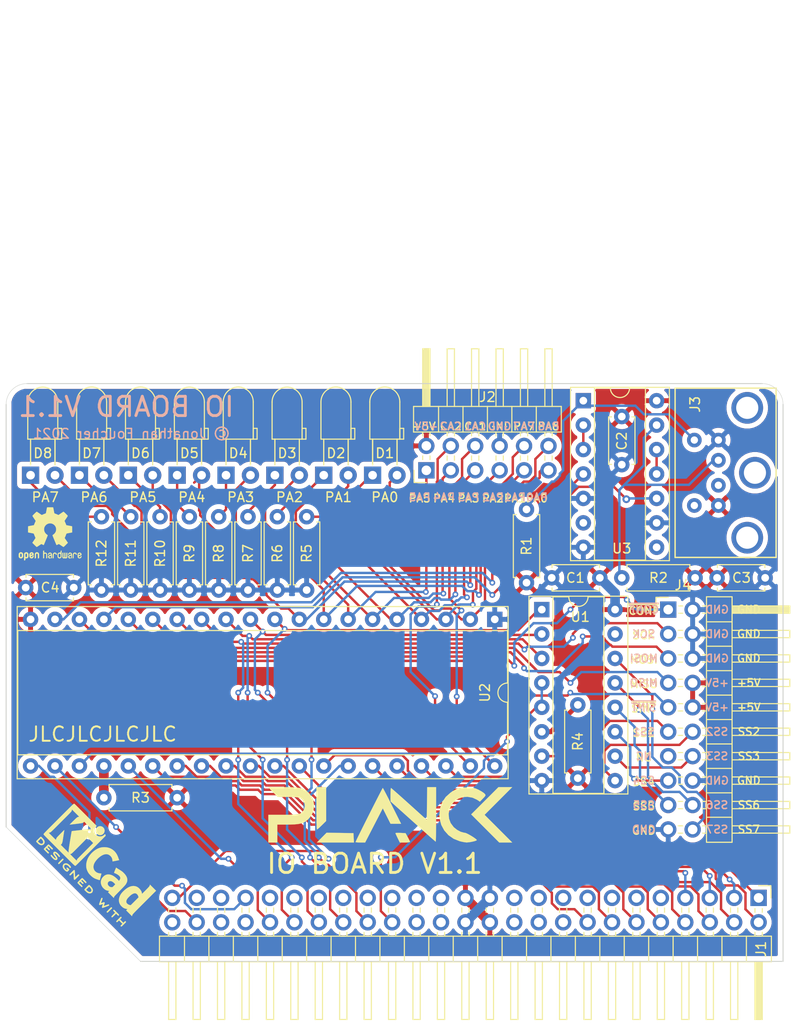
<source format=kicad_pcb>
(kicad_pcb (version 20171130) (host pcbnew "(5.1.10-1-10_14)")
  (layers (0 F.Cu signal) (31 B.Cu signal) (34 B.Paste user) (35 F.Paste user) (36 B.SilkS user) (37 F.SilkS user) (38 B.Mask user) (39 F.Mask user) (44 Edge.Cuts user))
  (net 0 "")
  (net 1 RDY)
  (net 2 A15)
  (net 3 A14)
  (net 4 A13)
  (net 5 A12)
  (net 6 A11)
  (net 7 GND)
  (net 8 +5V)
  (net 9 A10)
  (net 10 A9)
  (net 11 A8)
  (net 12 D7)
  (net 13 A7)
  (net 14 D6)
  (net 15 A6)
  (net 16 D5)
  (net 17 A5)
  (net 18 D4)
  (net 19 A4)
  (net 20 D3)
  (net 21 A3)
  (net 22 D2)
  (net 23 A2)
  (net 24 D1)
  (net 25 A1)
  (net 26 D0)
  (net 27 A0)
  (net 28 CLK)
  (net 29 BE)
  (net 30 SYNC)
  (net 31 EX1)
  (net 32 EX0)
  (net 33 LED4)
  (net 34 LED3)
  (net 35 LED2)
  (net 36 LED1)
  (net 37 ~NMI~)
  (net 38 ~RESET~)
  (net 39 ~IRQ~)
  (net 40 R~W~)
  (net 41 ~SLOT_SEL~)
  (net 42 ~INH~)
  (net 43 EX3)
  (net 44 EX2)
  (net 45 /PA6)
  (net 46 /PA7)
  (net 47 /PA5)
  (net 48 /PA4)
  (net 49 /CA1)
  (net 50 /PA3)
  (net 51 /CA2)
  (net 52 /PA2)
  (net 53 /PA1)
  (net 54 /PA0)
  (net 55 "Net-(J3-Pad2)")
  (net 56 "Net-(J3-Pad5)")
  (net 57 "Net-(J3-Pad6)")
  (net 58 ~SINT~)
  (net 59 MOSI)
  (net 60 MISO)
  (net 61 "Net-(R3-Pad2)")
  (net 62 "Net-(J4-Pad13)")
  (net 63 ~CONF~)
  (net 64 "Net-(R4-Pad2)")
  (net 65 "Net-(U1-Pad15)")
  (net 66 PS2_DATA)
  (net 67 /SS7)
  (net 68 /SS6)
  (net 69 /SS5)
  (net 70 /SS4)
  (net 71 /SS3)
  (net 72 /SS2)
  (net 73 /SS1)
  (net 74 ~SLOT_IRQ~)
  (net 75 ~SSEL~)
  (net 76 CLK_12M)
  (net 77 ~SLOW~)
  (net 78 "Net-(U2-Pad19)")
  (net 79 "Net-(U2-Pad17)")
  (net 80 "Net-(U3-Pad6)")
  (net 81 "Net-(U3-Pad2)")
  (net 82 "Net-(U3-Pad8)")
  (net 83 "Net-(U3-Pad11)")
  (net 84 "Net-(D1-Pad1)")
  (net 85 "Net-(D2-Pad1)")
  (net 86 "Net-(D3-Pad1)")
  (net 87 "Net-(D4-Pad1)")
  (net 88 "Net-(D5-Pad1)")
  (net 89 "Net-(D6-Pad1)")
  (net 90 "Net-(D7-Pad1)")
  (net 91 "Net-(D8-Pad1)")
  (module LED_THT:LED_D3.0mm_Horizontal_O3.81mm_Z6.0mm (layer F.Cu) (at 12.7 -50.546 180)
    (fp_text reference D6 (at -1.27 2.286 180) (layer F.SilkS))
    (fp_text value LED)
    (pad 2 thru_hole circle (at -2.54 0 180) (size 1.8 1.8) (drill 0.9) (layers *.Cu *.Mask) (net 47 /PA5))
    (pad 1 thru_hole rect (at 0 0 180) (size 1.8 1.8) (drill 0.9) (layers *.Cu *.Mask) (net 89 "Net-(D6-Pad1)"))
  )
  (module LED_THT:LED_D3.0mm_Horizontal_O3.81mm_Z6.0mm (layer F.Cu) (at 5.08 -50.546 180)
    (fp_text reference D8 (at 1.27 2.286 180) (layer F.SilkS))
    (fp_text value LED)
    (pad 2 thru_hole circle (at 0 0 180) (size 1.8 1.8) (drill 0.9) (layers *.Cu *.Mask) (net 46 /PA7))
    (pad 1 thru_hole rect (at 2.54 0 180) (size 1.8 1.8) (drill 0.9) (layers *.Cu *.Mask) (net 91 "Net-(D8-Pad1)"))
  )
  (module LED_THT:LED_D3.0mm_Horizontal_O3.81mm_Z6.0mm (layer F.Cu) (at 10.16 -50.546 180)
    (fp_text reference D7 (at 1.27 2.286 180) (layer F.SilkS))
    (fp_text value LED)
    (pad 2 thru_hole circle (at 0 0 180) (size 1.8 1.8) (drill 0.9) (layers *.Cu *.Mask) (net 45 /PA6))
    (pad 1 thru_hole rect (at 2.54 0 180) (size 1.8 1.8) (drill 0.9) (layers *.Cu *.Mask) (net 90 "Net-(D7-Pad1)"))
  )
  (module LED_THT:LED_D3.0mm_Horizontal_O3.81mm_Z6.0mm (layer F.Cu) (at 20.32 -50.546 180)
    (fp_text reference D5 (at 1.27 2.286 180) (layer F.SilkS))
    (fp_text value LED)
    (pad 2 thru_hole circle (at 0 0 180) (size 1.8 1.8) (drill 0.9) (layers *.Cu *.Mask) (net 48 /PA4))
    (pad 1 thru_hole rect (at 2.54 0 180) (size 1.8 1.8) (drill 0.9) (layers *.Cu *.Mask) (net 88 "Net-(D5-Pad1)"))
  )
  (module LED_THT:LED_D3.0mm_Horizontal_O3.81mm_Z6.0mm (layer F.Cu) (at 27.94 -50.546 180)
    (fp_text reference D4 (at 3.81 2.286 180) (layer F.SilkS))
    (fp_text value LED)
    (pad 2 thru_hole circle (at 2.54 0 180) (size 1.8 1.8) (drill 0.9) (layers *.Cu *.Mask) (net 50 /PA3))
    (pad 1 thru_hole rect (at 5.08 0 180) (size 1.8 1.8) (drill 0.9) (layers *.Cu *.Mask) (net 87 "Net-(D4-Pad1)"))
  )
  (module LED_THT:LED_D3.0mm_Horizontal_O3.81mm_Z6.0mm (layer F.Cu) (at 33.02 -50.546 180)
    (fp_text reference D3 (at 3.81 2.286 180) (layer F.SilkS))
    (fp_text value LED)
    (pad 2 thru_hole circle (at 2.54 0 180) (size 1.8 1.8) (drill 0.9) (layers *.Cu *.Mask) (net 52 /PA2))
    (pad 1 thru_hole rect (at 5.08 0 180) (size 1.8 1.8) (drill 0.9) (layers *.Cu *.Mask) (net 86 "Net-(D3-Pad1)"))
  )
  (module LED_THT:LED_D3.0mm_Horizontal_O3.81mm_Z6.0mm (layer F.Cu) (at 33.02 -50.546 180)
    (fp_text reference D2 (at -1.27 2.286 180) (layer F.SilkS))
    (fp_text value LED)
    (pad 2 thru_hole circle (at -2.54 0 180) (size 1.8 1.8) (drill 0.9) (layers *.Cu *.Mask) (net 53 /PA1))
    (pad 1 thru_hole rect (at 0 0 180) (size 1.8 1.8) (drill 0.9) (layers *.Cu *.Mask) (net 85 "Net-(D2-Pad1)"))
  )
  (module LED_THT:LED_D3.0mm_Horizontal_O3.81mm_Z6.0mm (layer F.Cu) (at 43.18 -50.546 180)
    (fp_text reference D1 (at 3.81 2.286 180) (layer F.SilkS))
    (fp_text value LED)
    (pad 2 thru_hole circle (at 2.54 0 180) (size 1.8 1.8) (drill 0.9) (layers *.Cu *.Mask) (net 54 /PA0))
    (pad 1 thru_hole rect (at 5.08 0 180) (size 1.8 1.8) (drill 0.9) (layers *.Cu *.Mask) (net 84 "Net-(D1-Pad1)"))
  )
  (module Logo:logo-sm (layer F.Cu) (at 39.878 -15.24)
    (fp_text reference G*** hide)
    (fp_text value LOGO hide)
  )
  (module Resistor_THT:R_Axial_DIN0207_L6.3mm_D2.5mm_P7.62mm_Horizontal (layer F.Cu) (at 9.906 -46.228 270)
    (fp_text reference R12 (at 3.81 0 90) (layer F.SilkS))
    (fp_text value 470R)
    (pad 2 thru_hole oval (at 7.62 0 270) (size 1.6 1.6) (drill 0.8) (layers *.Cu *.Mask) (net 7 GND))
    (pad 1 thru_hole circle (at 0 0 270) (size 1.6 1.6) (drill 0.8) (layers *.Cu *.Mask) (net 91 "Net-(D8-Pad1)"))
  )
  (module Resistor_THT:R_Axial_DIN0207_L6.3mm_D2.5mm_P7.62mm_Horizontal (layer F.Cu) (at 12.954 -46.228 270)
    (fp_text reference R11 (at 3.81 0 90) (layer F.SilkS))
    (fp_text value 470R)
    (pad 2 thru_hole oval (at 7.62 0 270) (size 1.6 1.6) (drill 0.8) (layers *.Cu *.Mask) (net 7 GND))
    (pad 1 thru_hole circle (at 0 0 270) (size 1.6 1.6) (drill 0.8) (layers *.Cu *.Mask) (net 90 "Net-(D7-Pad1)"))
  )
  (module Resistor_THT:R_Axial_DIN0207_L6.3mm_D2.5mm_P7.62mm_Horizontal (layer F.Cu) (at 16.002 -46.228 270)
    (fp_text reference R10 (at 3.81 0 90) (layer F.SilkS))
    (fp_text value 470R)
    (pad 2 thru_hole oval (at 7.62 0 270) (size 1.6 1.6) (drill 0.8) (layers *.Cu *.Mask) (net 7 GND))
    (pad 1 thru_hole circle (at 0 0 270) (size 1.6 1.6) (drill 0.8) (layers *.Cu *.Mask) (net 89 "Net-(D6-Pad1)"))
  )
  (module Resistor_THT:R_Axial_DIN0207_L6.3mm_D2.5mm_P7.62mm_Horizontal (layer F.Cu) (at 19.05 -46.228 270)
    (fp_text reference R9 (at 3.81 0 90) (layer F.SilkS))
    (fp_text value 470R)
    (pad 2 thru_hole oval (at 7.62 0 270) (size 1.6 1.6) (drill 0.8) (layers *.Cu *.Mask) (net 7 GND))
    (pad 1 thru_hole circle (at 0 0 270) (size 1.6 1.6) (drill 0.8) (layers *.Cu *.Mask) (net 88 "Net-(D5-Pad1)"))
  )
  (module Resistor_THT:R_Axial_DIN0207_L6.3mm_D2.5mm_P7.62mm_Horizontal (layer F.Cu) (at 22.098 -46.228 270)
    (fp_text reference R8 (at 3.81 0 90) (layer F.SilkS))
    (fp_text value 470R)
    (pad 2 thru_hole oval (at 7.62 0 270) (size 1.6 1.6) (drill 0.8) (layers *.Cu *.Mask) (net 7 GND))
    (pad 1 thru_hole circle (at 0 0 270) (size 1.6 1.6) (drill 0.8) (layers *.Cu *.Mask) (net 87 "Net-(D4-Pad1)"))
  )
  (module Resistor_THT:R_Axial_DIN0207_L6.3mm_D2.5mm_P7.62mm_Horizontal (layer F.Cu) (at 25.146 -46.228 270)
    (fp_text reference R7 (at 3.81 0 90) (layer F.SilkS))
    (fp_text value 470R)
    (pad 2 thru_hole oval (at 7.62 0 270) (size 1.6 1.6) (drill 0.8) (layers *.Cu *.Mask) (net 7 GND))
    (pad 1 thru_hole circle (at 0 0 270) (size 1.6 1.6) (drill 0.8) (layers *.Cu *.Mask) (net 86 "Net-(D3-Pad1)"))
  )
  (module Resistor_THT:R_Axial_DIN0207_L6.3mm_D2.5mm_P7.62mm_Horizontal (layer F.Cu) (at 28.194 -46.228 270)
    (fp_text reference R6 (at 3.81 0 90) (layer F.SilkS))
    (fp_text value 470R)
    (pad 2 thru_hole oval (at 7.62 0 270) (size 1.6 1.6) (drill 0.8) (layers *.Cu *.Mask) (net 7 GND))
    (pad 1 thru_hole circle (at 0 0 270) (size 1.6 1.6) (drill 0.8) (layers *.Cu *.Mask) (net 85 "Net-(D2-Pad1)"))
  )
  (module Resistor_THT:R_Axial_DIN0207_L6.3mm_D2.5mm_P7.62mm_Horizontal (layer F.Cu) (at 31.242 -46.228 270)
    (fp_text reference R5 (at 3.81 0 90) (layer F.SilkS))
    (fp_text value 470R)
    (pad 2 thru_hole oval (at 7.62 0 270) (size 1.6 1.6) (drill 0.8) (layers *.Cu *.Mask) (net 7 GND))
    (pad 1 thru_hole circle (at 0 0 270) (size 1.6 1.6) (drill 0.8) (layers *.Cu *.Mask) (net 84 "Net-(D1-Pad1)"))
  )
  (module Resistor_THT:R_Axial_DIN0207_L6.3mm_D2.5mm_P7.62mm_Horizontal (layer F.Cu) (at 59.436 -19.05 90)
    (fp_text reference R4 (at 3.81 0 90) (layer F.SilkS))
    (fp_text value 10k)
    (pad 2 thru_hole oval (at 7.62 0 90) (size 1.6 1.6) (drill 0.8) (layers *.Cu *.Mask) (net 64 "Net-(R4-Pad2)"))
    (pad 1 thru_hole circle (at 0 0 90) (size 1.6 1.6) (drill 0.8) (layers *.Cu *.Mask) (net 8 +5V))
  )
  (module Resistor_THT:R_Axial_DIN0207_L6.3mm_D2.5mm_P7.62mm_Horizontal (layer F.Cu) (at 17.78 -17.018 180)
    (fp_text reference R3 (at 3.81 0) (layer F.SilkS))
    (fp_text value 10k)
    (pad 2 thru_hole oval (at 7.62 0 180) (size 1.6 1.6) (drill 0.8) (layers *.Cu *.Mask) (net 61 "Net-(R3-Pad2)"))
    (pad 1 thru_hole circle (at 0 0 180) (size 1.6 1.6) (drill 0.8) (layers *.Cu *.Mask) (net 8 +5V))
  )
  (module Resistor_THT:R_Axial_DIN0207_L6.3mm_D2.5mm_P7.62mm_Horizontal (layer F.Cu) (at 71.628 -39.878 180)
    (fp_text reference R2 (at 3.81 0) (layer F.SilkS))
    (fp_text value 1k)
    (pad 2 thru_hole oval (at 7.62 0 180) (size 1.6 1.6) (drill 0.8) (layers *.Cu *.Mask) (net 66 PS2_DATA))
    (pad 1 thru_hole circle (at 0 0 180) (size 1.6 1.6) (drill 0.8) (layers *.Cu *.Mask) (net 8 +5V))
  )
  (module Resistor_THT:R_Axial_DIN0207_L6.3mm_D2.5mm_P7.62mm_Horizontal (layer F.Cu) (at 54.102 -39.37 90)
    (fp_text reference R1 (at 3.81 0 90) (layer F.SilkS))
    (fp_text value 1k)
    (pad 2 thru_hole oval (at 7.62 0 90) (size 1.6 1.6) (drill 0.8) (layers *.Cu *.Mask) (net 56 "Net-(J3-Pad5)"))
    (pad 1 thru_hole circle (at 0 0 90) (size 1.6 1.6) (drill 0.8) (layers *.Cu *.Mask) (net 8 +5V))
  )
  (module Symbol:KiCad-Logo2_5mm_SilkScreen (layer F.Cu) (at 9.652 -10.16 315)
    (fp_text reference REF** hide)
    (fp_text value KiCad-Logo2_5mm_SilkScreen hide)
  )
  (module Symbol:OSHW-Logo2_7.3x6mm_SilkScreen (layer F.Cu) (at 4.572 -44.45)
    (fp_text reference REF** hide)
    (fp_text value OSHW-Logo2_7.3x6mm_SilkScreen hide)
  )
  (module Connector_PinHeader_2.54mm:PinHeader_2x06_P2.54mm_Horizontal (layer F.Cu) (at 43.688 -51.054 90)
    (fp_text reference J2 (at 7.62 6.35 180) (layer F.SilkS))
    (fp_text value Conn_02x06_Odd_Even)
    (pad 12 thru_hole oval (at 2.54 12.7 90) (size 1.7 1.7) (drill 1) (layers *.Cu *.Mask) (net 45 /PA6))
    (pad 11 thru_hole oval (at 0 12.7 90) (size 1.7 1.7) (drill 1) (layers *.Cu *.Mask) (net 54 /PA0))
    (pad 10 thru_hole oval (at 2.54 10.16 90) (size 1.7 1.7) (drill 1) (layers *.Cu *.Mask) (net 46 /PA7))
    (pad 9 thru_hole oval (at 0 10.16 90) (size 1.7 1.7) (drill 1) (layers *.Cu *.Mask) (net 53 /PA1))
    (pad 8 thru_hole oval (at 2.54 7.62 90) (size 1.7 1.7) (drill 1) (layers *.Cu *.Mask) (net 7 GND))
    (pad 7 thru_hole oval (at 0 7.62 90) (size 1.7 1.7) (drill 1) (layers *.Cu *.Mask) (net 52 /PA2))
    (pad 6 thru_hole oval (at 2.54 5.08 90) (size 1.7 1.7) (drill 1) (layers *.Cu *.Mask) (net 49 /CA1))
    (pad 5 thru_hole oval (at 0 5.08 90) (size 1.7 1.7) (drill 1) (layers *.Cu *.Mask) (net 50 /PA3))
    (pad 4 thru_hole oval (at 2.54 2.54 90) (size 1.7 1.7) (drill 1) (layers *.Cu *.Mask) (net 51 /CA2))
    (pad 3 thru_hole oval (at 0 2.54 90) (size 1.7 1.7) (drill 1) (layers *.Cu *.Mask) (net 48 /PA4))
    (pad 2 thru_hole oval (at 2.54 0 90) (size 1.7 1.7) (drill 1) (layers *.Cu *.Mask) (net 8 +5V))
    (pad 1 thru_hole rect (at 0 0 90) (size 1.7 1.7) (drill 1) (layers *.Cu *.Mask) (net 47 /PA5))
  )
  (module Capacitor_THT:C_Disc_D4.7mm_W2.5mm_P5.00mm (layer F.Cu) (at 2.032 -38.862)
    (fp_text reference C4 (at 2.54 0) (layer F.SilkS))
    (fp_text value 10n)
    (pad 2 thru_hole circle (at 5 0) (size 1.6 1.6) (drill 0.8) (layers *.Cu *.Mask) (net 7 GND))
    (pad 1 thru_hole circle (at 0 0) (size 1.6 1.6) (drill 0.8) (layers *.Cu *.Mask) (net 8 +5V))
  )
  (module Capacitor_THT:C_Disc_D4.7mm_W2.5mm_P5.00mm (layer F.Cu) (at 73.914 -39.878)
    (fp_text reference C3 (at 2.54 0 180) (layer F.SilkS))
    (fp_text value 100n)
    (pad 2 thru_hole circle (at 5 0) (size 1.6 1.6) (drill 0.8) (layers *.Cu *.Mask) (net 7 GND))
    (pad 1 thru_hole circle (at 0 0) (size 1.6 1.6) (drill 0.8) (layers *.Cu *.Mask) (net 8 +5V))
  )
  (module Capacitor_THT:C_Disc_D4.7mm_W2.5mm_P5.00mm (layer F.Cu) (at 64.008 -56.642 270)
    (fp_text reference C2 (at 2.54 0 90) (layer F.SilkS))
    (fp_text value 10n)
    (pad 2 thru_hole circle (at 5 0 270) (size 1.6 1.6) (drill 0.8) (layers *.Cu *.Mask) (net 7 GND))
    (pad 1 thru_hole circle (at 0 0 270) (size 1.6 1.6) (drill 0.8) (layers *.Cu *.Mask) (net 8 +5V))
  )
  (module Capacitor_THT:C_Disc_D4.7mm_W2.5mm_P5.00mm (layer F.Cu) (at 61.722 -39.878 180)
    (fp_text reference C1 (at 2.54 0) (layer F.SilkS))
    (fp_text value 10n)
    (pad 2 thru_hole circle (at 5 0 180) (size 1.6 1.6) (drill 0.8) (layers *.Cu *.Mask) (net 7 GND))
    (pad 1 thru_hole circle (at 0 0 180) (size 1.6 1.6) (drill 0.8) (layers *.Cu *.Mask) (net 8 +5V))
  )
  (module Package_DIP:DIP-16_W7.62mm_Socket (layer F.Cu) (at 55.6895 -36.576)
    (fp_text reference U1 (at 4.0005 0.762) (layer F.SilkS))
    (fp_text value 74LS138)
    (pad 16 thru_hole oval (at 7.62 0) (size 1.6 1.6) (drill 0.8) (layers *.Cu *.Mask) (net 8 +5V))
    (pad 8 thru_hole oval (at 0 17.78) (size 1.6 1.6) (drill 0.8) (layers *.Cu *.Mask) (net 7 GND))
    (pad 15 thru_hole oval (at 7.62 2.54) (size 1.6 1.6) (drill 0.8) (layers *.Cu *.Mask) (net 65 "Net-(U1-Pad15)"))
    (pad 7 thru_hole oval (at 0 15.24) (size 1.6 1.6) (drill 0.8) (layers *.Cu *.Mask) (net 73 /SS1))
    (pad 14 thru_hole oval (at 7.62 5.08) (size 1.6 1.6) (drill 0.8) (layers *.Cu *.Mask) (net 67 /SS7))
    (pad 6 thru_hole oval (at 0 12.7) (size 1.6 1.6) (drill 0.8) (layers *.Cu *.Mask) (net 64 "Net-(R4-Pad2)"))
    (pad 13 thru_hole oval (at 7.62 7.62) (size 1.6 1.6) (drill 0.8) (layers *.Cu *.Mask) (net 68 /SS6))
    (pad 5 thru_hole oval (at 0 10.16) (size 1.6 1.6) (drill 0.8) (layers *.Cu *.Mask) (net 41 ~SLOT_SEL~))
    (pad 12 thru_hole oval (at 7.62 10.16) (size 1.6 1.6) (drill 0.8) (layers *.Cu *.Mask) (net 69 /SS5))
    (pad 4 thru_hole oval (at 0 7.62) (size 1.6 1.6) (drill 0.8) (layers *.Cu *.Mask) (net 41 ~SLOT_SEL~))
    (pad 11 thru_hole oval (at 7.62 12.7) (size 1.6 1.6) (drill 0.8) (layers *.Cu *.Mask) (net 70 /SS4))
    (pad 3 thru_hole oval (at 0 5.08) (size 1.6 1.6) (drill 0.8) (layers *.Cu *.Mask) (net 34 LED3))
    (pad 10 thru_hole oval (at 7.62 15.24) (size 1.6 1.6) (drill 0.8) (layers *.Cu *.Mask) (net 71 /SS3))
    (pad 2 thru_hole oval (at 0 2.54) (size 1.6 1.6) (drill 0.8) (layers *.Cu *.Mask) (net 35 LED2))
    (pad 9 thru_hole oval (at 7.62 17.78) (size 1.6 1.6) (drill 0.8) (layers *.Cu *.Mask) (net 72 /SS2))
    (pad 1 thru_hole rect (at 0 0) (size 1.6 1.6) (drill 0.8) (layers *.Cu *.Mask) (net 36 LED1))
  )
  (module Package_DIP:DIP-14_W7.62mm_Socket (layer F.Cu) (at 60.0075 -58.293)
    (fp_text reference U3 (at 4.0005 15.367) (layer F.SilkS))
    (fp_text value 74LS14)
    (pad 14 thru_hole oval (at 7.62 0) (size 1.6 1.6) (drill 0.8) (layers *.Cu *.Mask) (net 8 +5V))
    (pad 7 thru_hole oval (at 0 15.24) (size 1.6 1.6) (drill 0.8) (layers *.Cu *.Mask) (net 7 GND))
    (pad 13 thru_hole oval (at 7.62 2.54) (size 1.6 1.6) (drill 0.8) (layers *.Cu *.Mask) (net 66 PS2_DATA))
    (pad 6 thru_hole oval (at 0 12.7) (size 1.6 1.6) (drill 0.8) (layers *.Cu *.Mask) (net 80 "Net-(U3-Pad6)"))
    (pad 12 thru_hole oval (at 7.62 5.08) (size 1.6 1.6) (drill 0.8) (layers *.Cu *.Mask) (net 83 "Net-(U3-Pad11)"))
    (pad 5 thru_hole oval (at 0 10.16) (size 1.6 1.6) (drill 0.8) (layers *.Cu *.Mask) (net 7 GND))
    (pad 11 thru_hole oval (at 7.62 7.62) (size 1.6 1.6) (drill 0.8) (layers *.Cu *.Mask) (net 83 "Net-(U3-Pad11)"))
    (pad 4 thru_hole oval (at 0 7.62) (size 1.6 1.6) (drill 0.8) (layers *.Cu *.Mask) (net 78 "Net-(U2-Pad19)"))
    (pad 10 thru_hole oval (at 7.62 10.16) (size 1.6 1.6) (drill 0.8) (layers *.Cu *.Mask) (net 79 "Net-(U2-Pad17)"))
    (pad 3 thru_hole oval (at 0 5.08) (size 1.6 1.6) (drill 0.8) (layers *.Cu *.Mask) (net 81 "Net-(U3-Pad2)"))
    (pad 9 thru_hole oval (at 7.62 12.7) (size 1.6 1.6) (drill 0.8) (layers *.Cu *.Mask) (net 7 GND))
    (pad 2 thru_hole oval (at 0 2.54) (size 1.6 1.6) (drill 0.8) (layers *.Cu *.Mask) (net 81 "Net-(U3-Pad2)"))
    (pad 8 thru_hole oval (at 7.62 15.24) (size 1.6 1.6) (drill 0.8) (layers *.Cu *.Mask) (net 82 "Net-(U3-Pad8)"))
    (pad 1 thru_hole rect (at 0 0) (size 1.6 1.6) (drill 0.8) (layers *.Cu *.Mask) (net 56 "Net-(J3-Pad5)"))
  )
  (module Package_DIP:DIP-40_W15.24mm_Socket (layer F.Cu) (at 50.8 -35.56 270)
    (fp_text reference U2 (at 7.62 1.016 90) (layer F.SilkS))
    (fp_text value W65C22NxP)
    (pad 40 thru_hole oval (at 15.24 0 270) (size 1.6 1.6) (drill 0.8) (layers *.Cu *.Mask) (net 49 /CA1))
    (pad 20 thru_hole oval (at 0 48.26 270) (size 1.6 1.6) (drill 0.8) (layers *.Cu *.Mask) (net 8 +5V))
    (pad 39 thru_hole oval (at 15.24 2.54 270) (size 1.6 1.6) (drill 0.8) (layers *.Cu *.Mask) (net 51 /CA2))
    (pad 19 thru_hole oval (at 0 45.72 270) (size 1.6 1.6) (drill 0.8) (layers *.Cu *.Mask) (net 78 "Net-(U2-Pad19)"))
    (pad 38 thru_hole oval (at 15.24 5.08 270) (size 1.6 1.6) (drill 0.8) (layers *.Cu *.Mask) (net 27 A0))
    (pad 18 thru_hole oval (at 0 43.18 270) (size 1.6 1.6) (drill 0.8) (layers *.Cu *.Mask) (net 58 ~SINT~))
    (pad 37 thru_hole oval (at 15.24 7.62 270) (size 1.6 1.6) (drill 0.8) (layers *.Cu *.Mask) (net 25 A1))
    (pad 17 thru_hole oval (at 0 40.64 270) (size 1.6 1.6) (drill 0.8) (layers *.Cu *.Mask) (net 79 "Net-(U2-Pad17)"))
    (pad 36 thru_hole oval (at 15.24 10.16 270) (size 1.6 1.6) (drill 0.8) (layers *.Cu *.Mask) (net 23 A2))
    (pad 16 thru_hole oval (at 0 38.1 270) (size 1.6 1.6) (drill 0.8) (layers *.Cu *.Mask) (net 63 ~CONF~))
    (pad 35 thru_hole oval (at 15.24 12.7 270) (size 1.6 1.6) (drill 0.8) (layers *.Cu *.Mask) (net 21 A3))
    (pad 15 thru_hole oval (at 0 35.56 270) (size 1.6 1.6) (drill 0.8) (layers *.Cu *.Mask) (net 59 MOSI))
    (pad 34 thru_hole oval (at 15.24 15.24 270) (size 1.6 1.6) (drill 0.8) (layers *.Cu *.Mask) (net 38 ~RESET~))
    (pad 14 thru_hole oval (at 0 33.02 270) (size 1.6 1.6) (drill 0.8) (layers *.Cu *.Mask) (net 60 MISO))
    (pad 33 thru_hole oval (at 15.24 17.78 270) (size 1.6 1.6) (drill 0.8) (layers *.Cu *.Mask) (net 26 D0))
    (pad 13 thru_hole oval (at 0 30.48 270) (size 1.6 1.6) (drill 0.8) (layers *.Cu *.Mask) (net 33 LED4))
    (pad 32 thru_hole oval (at 15.24 20.32 270) (size 1.6 1.6) (drill 0.8) (layers *.Cu *.Mask) (net 24 D1))
    (pad 12 thru_hole oval (at 0 27.94 270) (size 1.6 1.6) (drill 0.8) (layers *.Cu *.Mask) (net 34 LED3))
    (pad 31 thru_hole oval (at 15.24 22.86 270) (size 1.6 1.6) (drill 0.8) (layers *.Cu *.Mask) (net 22 D2))
    (pad 11 thru_hole oval (at 0 25.4 270) (size 1.6 1.6) (drill 0.8) (layers *.Cu *.Mask) (net 35 LED2))
    (pad 30 thru_hole oval (at 15.24 25.4 270) (size 1.6 1.6) (drill 0.8) (layers *.Cu *.Mask) (net 20 D3))
    (pad 10 thru_hole oval (at 0 22.86 270) (size 1.6 1.6) (drill 0.8) (layers *.Cu *.Mask) (net 36 LED1))
    (pad 29 thru_hole oval (at 15.24 27.94 270) (size 1.6 1.6) (drill 0.8) (layers *.Cu *.Mask) (net 18 D4))
    (pad 9 thru_hole oval (at 0 20.32 270) (size 1.6 1.6) (drill 0.8) (layers *.Cu *.Mask) (net 46 /PA7))
    (pad 28 thru_hole oval (at 15.24 30.48 270) (size 1.6 1.6) (drill 0.8) (layers *.Cu *.Mask) (net 16 D5))
    (pad 8 thru_hole oval (at 0 17.78 270) (size 1.6 1.6) (drill 0.8) (layers *.Cu *.Mask) (net 45 /PA6))
    (pad 27 thru_hole oval (at 15.24 33.02 270) (size 1.6 1.6) (drill 0.8) (layers *.Cu *.Mask) (net 14 D6))
    (pad 7 thru_hole oval (at 0 15.24 270) (size 1.6 1.6) (drill 0.8) (layers *.Cu *.Mask) (net 47 /PA5))
    (pad 26 thru_hole oval (at 15.24 35.56 270) (size 1.6 1.6) (drill 0.8) (layers *.Cu *.Mask) (net 12 D7))
    (pad 6 thru_hole oval (at 0 12.7 270) (size 1.6 1.6) (drill 0.8) (layers *.Cu *.Mask) (net 48 /PA4))
    (pad 25 thru_hole oval (at 15.24 38.1 270) (size 1.6 1.6) (drill 0.8) (layers *.Cu *.Mask) (net 76 CLK_12M))
    (pad 5 thru_hole oval (at 0 10.16 270) (size 1.6 1.6) (drill 0.8) (layers *.Cu *.Mask) (net 50 /PA3))
    (pad 24 thru_hole oval (at 15.24 40.64 270) (size 1.6 1.6) (drill 0.8) (layers *.Cu *.Mask) (net 61 "Net-(R3-Pad2)"))
    (pad 4 thru_hole oval (at 0 7.62 270) (size 1.6 1.6) (drill 0.8) (layers *.Cu *.Mask) (net 52 /PA2))
    (pad 23 thru_hole oval (at 15.24 43.18 270) (size 1.6 1.6) (drill 0.8) (layers *.Cu *.Mask) (net 41 ~SLOT_SEL~))
    (pad 3 thru_hole oval (at 0 5.08 270) (size 1.6 1.6) (drill 0.8) (layers *.Cu *.Mask) (net 53 /PA1))
    (pad 22 thru_hole oval (at 15.24 45.72 270) (size 1.6 1.6) (drill 0.8) (layers *.Cu *.Mask) (net 40 R~W~))
    (pad 2 thru_hole oval (at 0 2.54 270) (size 1.6 1.6) (drill 0.8) (layers *.Cu *.Mask) (net 54 /PA0))
    (pad 21 thru_hole oval (at 15.24 48.26 270) (size 1.6 1.6) (drill 0.8) (layers *.Cu *.Mask) (net 74 ~SLOT_IRQ~))
    (pad 1 thru_hole rect (at 0 0 270) (size 1.6 1.6) (drill 0.8) (layers *.Cu *.Mask) (net 7 GND))
  )
  (module Connector_PinHeader_2.54mm:PinHeader_2x10_P2.54mm_Horizontal (layer F.Cu) (at 68.834 -36.576)
    (fp_text reference J4 (at 1.524 -2.54) (layer F.SilkS))
    (fp_text value Conn_02x10_Odd_Even)
    (pad 20 thru_hole oval (at 2.54 22.86) (size 1.7 1.7) (drill 1) (layers *.Cu *.Mask) (net 67 /SS7))
    (pad 19 thru_hole oval (at 0 22.86) (size 1.7 1.7) (drill 1) (layers *.Cu *.Mask) (net 7 GND))
    (pad 18 thru_hole oval (at 2.54 20.32) (size 1.7 1.7) (drill 1) (layers *.Cu *.Mask) (net 68 /SS6))
    (pad 17 thru_hole oval (at 0 20.32) (size 1.7 1.7) (drill 1) (layers *.Cu *.Mask) (net 69 /SS5))
    (pad 16 thru_hole oval (at 2.54 17.78) (size 1.7 1.7) (drill 1) (layers *.Cu *.Mask) (net 7 GND))
    (pad 15 thru_hole oval (at 0 17.78) (size 1.7 1.7) (drill 1) (layers *.Cu *.Mask) (net 70 /SS4))
    (pad 14 thru_hole oval (at 2.54 15.24) (size 1.7 1.7) (drill 1) (layers *.Cu *.Mask) (net 71 /SS3))
    (pad 13 thru_hole oval (at 0 15.24) (size 1.7 1.7) (drill 1) (layers *.Cu *.Mask) (net 62 "Net-(J4-Pad13)"))
    (pad 12 thru_hole oval (at 2.54 12.7) (size 1.7 1.7) (drill 1) (layers *.Cu *.Mask) (net 72 /SS2))
    (pad 11 thru_hole oval (at 0 12.7) (size 1.7 1.7) (drill 1) (layers *.Cu *.Mask) (net 73 /SS1))
    (pad 10 thru_hole oval (at 2.54 10.16) (size 1.7 1.7) (drill 1) (layers *.Cu *.Mask) (net 8 +5V))
    (pad 9 thru_hole oval (at 0 10.16) (size 1.7 1.7) (drill 1) (layers *.Cu *.Mask) (net 58 ~SINT~))
    (pad 8 thru_hole oval (at 2.54 7.62) (size 1.7 1.7) (drill 1) (layers *.Cu *.Mask) (net 8 +5V))
    (pad 7 thru_hole oval (at 0 7.62) (size 1.7 1.7) (drill 1) (layers *.Cu *.Mask) (net 60 MISO))
    (pad 6 thru_hole oval (at 2.54 5.08) (size 1.7 1.7) (drill 1) (layers *.Cu *.Mask) (net 7 GND))
    (pad 5 thru_hole oval (at 0 5.08) (size 1.7 1.7) (drill 1) (layers *.Cu *.Mask) (net 59 MOSI))
    (pad 4 thru_hole oval (at 2.54 2.54) (size 1.7 1.7) (drill 1) (layers *.Cu *.Mask) (net 7 GND))
    (pad 3 thru_hole oval (at 0 2.54) (size 1.7 1.7) (drill 1) (layers *.Cu *.Mask) (net 33 LED4))
    (pad 2 thru_hole oval (at 2.54 0) (size 1.7 1.7) (drill 1) (layers *.Cu *.Mask) (net 7 GND))
    (pad 1 thru_hole rect (at 0 0) (size 1.7 1.7) (drill 1) (layers *.Cu *.Mask) (net 63 ~CONF~))
  )
  (module mini-din:MINI-DIN-6-FULL-SHIELD (layer F.Cu) (at 82.55 -50.8 270)
    (fp_text reference J3 (at -7.112 10.922 90) (layer F.SilkS))
    (fp_text value Mini-DIN-6 hide)
    (pad 7 thru_hole circle (at 0 4.7 270) (size 3.3 3.3) (drill 2.3) (layers *.Cu *.Mask))
    (pad 1 thru_hole circle (at -1.3 8.5 270) (size 1.524 1.524) (drill 0.762) (layers *.Cu *.Mask) (net 66 PS2_DATA))
    (pad 2 thru_hole circle (at 1.3 8.5 270) (size 1.524 1.524) (drill 0.762) (layers *.Cu *.Mask) (net 55 "Net-(J3-Pad2)"))
    (pad 5 thru_hole circle (at -3.4 11 270) (size 1.524 1.524) (drill 0.762) (layers *.Cu *.Mask) (net 56 "Net-(J3-Pad5)"))
    (pad 3 thru_hole circle (at -3.4 8.5 270) (size 1.524 1.524) (drill 0.762) (layers *.Cu *.Mask) (net 7 GND))
    (pad 6 thru_hole circle (at 3.4 11 270) (size 1.524 1.524) (drill 0.762) (layers *.Cu *.Mask) (net 57 "Net-(J3-Pad6)"))
    (pad 4 thru_hole circle (at 3.4 8.5 270) (size 1.524 1.524) (drill 0.762) (layers *.Cu *.Mask) (net 8 +5V))
    (pad 7 thru_hole circle (at 6.75 5.5 270) (size 3.3 3.3) (drill 2.3) (layers *.Cu *.Mask))
    (pad 7 thru_hole circle (at -6.75 5.5 270) (size 3.3 3.3) (drill 2.3) (layers *.Cu *.Mask))
  )
  (module Connector_PinHeader_2.54mm:PinHeader_2x25_P2.54mm_Horizontal (layer F.Cu) (at 78.232 -6.604 270)
    (fp_text reference J1 (at 5.334 -0.254 90) (layer F.SilkS))
    (fp_text value Conn_01x40)
    (pad 50 thru_hole oval (at 2.54 60.96 270) (size 1.7 1.7) (drill 1) (layers *.Cu *.Mask) (net 37 ~NMI~))
    (pad 49 thru_hole oval (at 0 60.96 270) (size 1.7 1.7) (drill 1) (layers *.Cu *.Mask) (net 38 ~RESET~))
    (pad 48 thru_hole oval (at 2.54 58.42 270) (size 1.7 1.7) (drill 1) (layers *.Cu *.Mask) (net 74 ~SLOT_IRQ~))
    (pad 47 thru_hole oval (at 0 58.42 270) (size 1.7 1.7) (drill 1) (layers *.Cu *.Mask) (net 30 SYNC))
    (pad 46 thru_hole oval (at 2.54 55.88 270) (size 1.7 1.7) (drill 1) (layers *.Cu *.Mask) (net 43 EX3))
    (pad 45 thru_hole oval (at 0 55.88 270) (size 1.7 1.7) (drill 1) (layers *.Cu *.Mask) (net 39 ~IRQ~))
    (pad 44 thru_hole oval (at 2.54 53.34 270) (size 1.7 1.7) (drill 1) (layers *.Cu *.Mask) (net 44 EX2))
    (pad 43 thru_hole oval (at 0 53.34 270) (size 1.7 1.7) (drill 1) (layers *.Cu *.Mask) (net 40 R~W~))
    (pad 42 thru_hole oval (at 2.54 50.8 270) (size 1.7 1.7) (drill 1) (layers *.Cu *.Mask) (net 76 CLK_12M))
    (pad 41 thru_hole oval (at 0 50.8 270) (size 1.7 1.7) (drill 1) (layers *.Cu *.Mask) (net 28 CLK))
    (pad 40 thru_hole oval (at 2.54 48.26 270) (size 1.7 1.7) (drill 1) (layers *.Cu *.Mask) (net 33 LED4))
    (pad 39 thru_hole oval (at 0 48.26 270) (size 1.7 1.7) (drill 1) (layers *.Cu *.Mask) (net 29 BE))
    (pad 38 thru_hole oval (at 2.54 45.72 270) (size 1.7 1.7) (drill 1) (layers *.Cu *.Mask) (net 34 LED3))
    (pad 37 thru_hole oval (at 0 45.72 270) (size 1.7 1.7) (drill 1) (layers *.Cu *.Mask) (net 1 RDY))
    (pad 36 thru_hole oval (at 2.54 43.18 270) (size 1.7 1.7) (drill 1) (layers *.Cu *.Mask) (net 35 LED2))
    (pad 35 thru_hole oval (at 0 43.18 270) (size 1.7 1.7) (drill 1) (layers *.Cu *.Mask) (net 2 A15))
    (pad 34 thru_hole oval (at 2.54 40.64 270) (size 1.7 1.7) (drill 1) (layers *.Cu *.Mask) (net 36 LED1))
    (pad 33 thru_hole oval (at 0 40.64 270) (size 1.7 1.7) (drill 1) (layers *.Cu *.Mask) (net 3 A14))
    (pad 32 thru_hole oval (at 2.54 38.1 270) (size 1.7 1.7) (drill 1) (layers *.Cu *.Mask) (net 41 ~SLOT_SEL~))
    (pad 31 thru_hole oval (at 0 38.1 270) (size 1.7 1.7) (drill 1) (layers *.Cu *.Mask) (net 4 A13))
    (pad 30 thru_hole oval (at 2.54 35.56 270) (size 1.7 1.7) (drill 1) (layers *.Cu *.Mask) (net 42 ~INH~))
    (pad 29 thru_hole oval (at 0 35.56 270) (size 1.7 1.7) (drill 1) (layers *.Cu *.Mask) (net 5 A12))
    (pad 28 thru_hole oval (at 2.54 33.02 270) (size 1.7 1.7) (drill 1) (layers *.Cu *.Mask) (net 75 ~SSEL~))
    (pad 27 thru_hole oval (at 0 33.02 270) (size 1.7 1.7) (drill 1) (layers *.Cu *.Mask) (net 6 A11))
    (pad 26 thru_hole oval (at 2.54 30.48 270) (size 1.7 1.7) (drill 1) (layers *.Cu *.Mask) (net 7 GND))
    (pad 25 thru_hole oval (at 0 30.48 270) (size 1.7 1.7) (drill 1) (layers *.Cu *.Mask) (net 8 +5V))
    (pad 24 thru_hole oval (at 2.54 27.94 270) (size 1.7 1.7) (drill 1) (layers *.Cu *.Mask) (net 8 +5V))
    (pad 23 thru_hole oval (at 0 27.94 270) (size 1.7 1.7) (drill 1) (layers *.Cu *.Mask) (net 7 GND))
    (pad 22 thru_hole oval (at 2.54 25.4 270) (size 1.7 1.7) (drill 1) (layers *.Cu *.Mask) (net 77 ~SLOW~))
    (pad 21 thru_hole oval (at 0 25.4 270) (size 1.7 1.7) (drill 1) (layers *.Cu *.Mask) (net 9 A10))
    (pad 20 thru_hole oval (at 2.54 22.86 270) (size 1.7 1.7) (drill 1) (layers *.Cu *.Mask) (net 31 EX1))
    (pad 19 thru_hole oval (at 0 22.86 270) (size 1.7 1.7) (drill 1) (layers *.Cu *.Mask) (net 10 A9))
    (pad 18 thru_hole oval (at 2.54 20.32 270) (size 1.7 1.7) (drill 1) (layers *.Cu *.Mask) (net 32 EX0))
    (pad 17 thru_hole oval (at 0 20.32 270) (size 1.7 1.7) (drill 1) (layers *.Cu *.Mask) (net 11 A8))
    (pad 16 thru_hole oval (at 2.54 17.78 270) (size 1.7 1.7) (drill 1) (layers *.Cu *.Mask) (net 12 D7))
    (pad 15 thru_hole oval (at 0 17.78 270) (size 1.7 1.7) (drill 1) (layers *.Cu *.Mask) (net 13 A7))
    (pad 14 thru_hole oval (at 2.54 15.24 270) (size 1.7 1.7) (drill 1) (layers *.Cu *.Mask) (net 14 D6))
    (pad 13 thru_hole oval (at 0 15.24 270) (size 1.7 1.7) (drill 1) (layers *.Cu *.Mask) (net 15 A6))
    (pad 12 thru_hole oval (at 2.54 12.7 270) (size 1.7 1.7) (drill 1) (layers *.Cu *.Mask) (net 16 D5))
    (pad 11 thru_hole oval (at 0 12.7 270) (size 1.7 1.7) (drill 1) (layers *.Cu *.Mask) (net 17 A5))
    (pad 10 thru_hole oval (at 2.54 10.16 270) (size 1.7 1.7) (drill 1) (layers *.Cu *.Mask) (net 18 D4))
    (pad 9 thru_hole oval (at 0 10.16 270) (size 1.7 1.7) (drill 1) (layers *.Cu *.Mask) (net 19 A4))
    (pad 8 thru_hole oval (at 2.54 7.62 270) (size 1.7 1.7) (drill 1) (layers *.Cu *.Mask) (net 20 D3))
    (pad 7 thru_hole oval (at 0 7.62 270) (size 1.7 1.7) (drill 1) (layers *.Cu *.Mask) (net 21 A3))
    (pad 6 thru_hole oval (at 2.54 5.08 270) (size 1.7 1.7) (drill 1) (layers *.Cu *.Mask) (net 22 D2))
    (pad 5 thru_hole oval (at 0 5.08 270) (size 1.7 1.7) (drill 1) (layers *.Cu *.Mask) (net 23 A2))
    (pad 4 thru_hole oval (at 2.54 2.54 270) (size 1.7 1.7) (drill 1) (layers *.Cu *.Mask) (net 24 D1))
    (pad 3 thru_hole oval (at 0 2.54 270) (size 1.7 1.7) (drill 1) (layers *.Cu *.Mask) (net 25 A1))
    (pad 2 thru_hole oval (at 2.54 0 270) (size 1.7 1.7) (drill 1) (layers *.Cu *.Mask) (net 26 D0))
    (pad 1 thru_hole rect (at 0 0 270) (size 1.7 1.7) (drill 1) (layers *.Cu *.Mask) (net 27 A0))
  )
  (gr_text "© Jonathan Foucher 2021" (at 23.368 -54.864) (layer B.SilkS) (effects (font (size 1 1)) (justify left mirror)))
  (gr_text "IO BOARD V1.1" (at 23.876 -57.658) (layer B.SilkS) (effects (font (size 2 2) (thickness 0.3)) (justify left mirror)))
  (gr_arc (start 2.159 -57.912) (end 2.159 -60.071) (angle -90) (layer Edge.Cuts) (width 0.05))
  (gr_text PA7 (at 4.064 -48.26) (layer F.SilkS) (effects (font (size 1 1))))
  (gr_text PA6 (at 9.144 -48.26) (layer F.SilkS) (effects (font (size 1 1))))
  (gr_text PA5 (at 14.224 -48.26) (layer F.SilkS) (effects (font (size 1 1))))
  (gr_text PA4 (at 19.304 -48.26) (layer F.SilkS) (effects (font (size 1 1))))
  (gr_text PA3 (at 24.384 -48.26) (layer F.SilkS) (effects (font (size 1 1))))
  (gr_text PA2 (at 29.464 -48.26) (layer F.SilkS) (effects (font (size 1 1))))
  (gr_text PA1 (at 34.544 -48.26) (layer F.SilkS) (effects (font (size 1 1))))
  (gr_text PA0 (at 39.37 -48.26) (layer F.SilkS) (effects (font (size 1 1))))
  (gr_arc (start 78.613 -57.912) (end 80.772 -57.912) (angle -90) (layer Edge.Cuts) (width 0.05))
  (gr_text JLCJLCJLCJLC (at 10.033 -23.622) (layer F.SilkS) (effects (font (size 1.5 1.5) (thickness 0.2))))
  (gr_text SS4 (at 66.294 -18.669) (layer F.SilkS) (effects (font (size 0.8 0.8))))
  (gr_text SS5 (at 66.294 -16.129) (layer F.SilkS) (effects (font (size 0.8 0.8))))
  (gr_text GND (at 66.294 -13.589) (layer F.SilkS) (effects (font (size 0.8 0.8))))
  (gr_text SS7 (at 77.216 -13.716) (layer F.SilkS) (effects (font (size 0.8 0.8))))
  (gr_text SS6 (at 77.216 -16.256) (layer F.SilkS) (effects (font (size 0.8 0.8))))
  (gr_text GND (at 77.216 -18.796) (layer F.SilkS) (effects (font (size 0.8 0.8))))
  (gr_text SCK (at 66.294 -33.909) (layer F.SilkS) (effects (font (size 0.8 0.8))))
  (gr_text SS1 (at 66.294 -23.749) (layer F.SilkS) (effects (font (size 0.8 0.8))))
  (gr_text ~SINT~ (at 66.294 -26.289) (layer F.SilkS) (effects (font (size 0.8 0.8))))
  (gr_text MOSI (at 66.294 -31.369) (layer F.SilkS) (effects (font (size 0.8 0.8))))
  (gr_text NC (at 66.294 -21.209) (layer F.SilkS) (effects (font (size 0.8 0.8))))
  (gr_text MISO (at 66.294 -28.829) (layer F.SilkS) (effects (font (size 0.8 0.8))))
  (gr_text SS3 (at 77.216 -21.336) (layer F.SilkS) (effects (font (size 0.8 0.8))))
  (gr_text SS2 (at 77.216 -23.876) (layer F.SilkS) (effects (font (size 0.8 0.8))))
  (gr_text +5V (at 77.216 -28.956) (layer F.SilkS) (effects (font (size 0.8 0.8))))
  (gr_text +5V (at 77.216 -26.416) (layer F.SilkS) (effects (font (size 0.8 0.8))))
  (gr_text GND (at 77.216 -34.036) (layer F.SilkS) (effects (font (size 0.8 0.8))))
  (gr_text GND (at 77.216 -31.496) (layer F.SilkS) (effects (font (size 0.8 0.8))))
  (gr_text GND (at 77.216 -36.576) (layer F.SilkS) (effects (font (size 0.8 0.8))))
  (gr_text ~CONF~ (at 66.294 -36.449) (layer F.SilkS) (effects (font (size 0.8 0.8))))
  (gr_text ~CONF~ (at 66.294 -36.576) (layer B.SilkS) (effects (font (size 0.8 0.8)) (justify mirror)))
  (gr_text SCK (at 66.294 -34.036) (layer B.SilkS) (effects (font (size 0.8 0.8)) (justify mirror)))
  (gr_text +5V (at 43.434 -55.626) (layer F.SilkS) (effects (font (size 0.8 0.8))))
  (gr_text PA7 (at 53.848 -55.626) (layer F.SilkS) (effects (font (size 0.8 0.8))))
  (gr_text PA6 (at 56.388 -55.626) (layer F.SilkS) (effects (font (size 0.8 0.8))))
  (gr_text CA2 (at 46.228 -55.626) (layer F.SilkS) (effects (font (size 0.8 0.8))))
  (gr_text CA1 (at 48.768 -55.626) (layer F.SilkS) (effects (font (size 0.8 0.8))))
  (gr_text PA4 (at 45.5295 -48.133) (layer F.SilkS) (effects (font (size 0.8 0.8))))
  (gr_text PA2 (at 50.6095 -48.133) (layer F.SilkS) (effects (font (size 0.8 0.8))))
  (gr_text GND (at 51.308 -55.626) (layer F.SilkS) (effects (font (size 0.8 0.8))))
  (gr_text PA5 (at 42.9895 -48.133) (layer F.SilkS) (effects (font (size 0.8 0.8))))
  (gr_text PA0 (at 55.1815 -48.133) (layer F.SilkS) (effects (font (size 0.8 0.8))))
  (gr_text PA3 (at 48.0695 -48.133) (layer F.SilkS) (effects (font (size 0.8 0.8))))
  (gr_text PA1 (at 52.8955 -48.133) (layer F.SilkS) (effects (font (size 0.8 0.8))))
  (gr_text MOSI (at 66.294 -31.496) (layer B.SilkS) (effects (font (size 0.8 0.8)) (justify mirror)))
  (gr_text MISO (at 66.294 -28.956) (layer B.SilkS) (effects (font (size 0.8 0.8)) (justify mirror)))
  (gr_text ~SINT~ (at 66.294 -26.416) (layer B.SilkS) (effects (font (size 0.8 0.8)) (justify mirror)))
  (gr_text SS1 (at 66.294 -23.876) (layer B.SilkS) (effects (font (size 0.8 0.8)) (justify mirror)))
  (gr_text NC (at 66.294 -21.336) (layer B.SilkS) (effects (font (size 0.8 0.8)) (justify mirror)))
  (gr_text SS4 (at 66.294 -18.796) (layer B.SilkS) (effects (font (size 0.8 0.8)) (justify mirror)))
  (gr_text SS5 (at 66.294 -16.256) (layer B.SilkS) (effects (font (size 0.8 0.8)) (justify mirror)))
  (gr_text GND (at 66.294 -13.716) (layer B.SilkS) (effects (font (size 0.8 0.8)) (justify mirror)))
  (gr_text SS7 (at 73.914 -13.716) (layer B.SilkS) (effects (font (size 0.8 0.8)) (justify mirror)))
  (gr_text SS6 (at 73.914 -16.256) (layer B.SilkS) (effects (font (size 0.8 0.8)) (justify mirror)))
  (gr_text GND (at 73.914 -18.796) (layer B.SilkS) (effects (font (size 0.8 0.8)) (justify mirror)))
  (gr_text SS3 (at 73.914 -21.336) (layer B.SilkS) (effects (font (size 0.8 0.8)) (justify mirror)))
  (gr_text SS2 (at 73.914 -23.876) (layer B.SilkS) (effects (font (size 0.8 0.8)) (justify mirror)))
  (gr_text +5V (at 73.914 -28.956) (layer B.SilkS) (effects (font (size 0.8 0.8)) (justify mirror)))
  (gr_text GND (at 73.914 -31.496) (layer B.SilkS) (effects (font (size 0.8 0.8)) (justify mirror)))
  (gr_text GND (at 73.914 -34.036) (layer B.SilkS) (effects (font (size 0.8 0.8)) (justify mirror)))
  (gr_text GND (at 73.914 -36.576) (layer B.SilkS) (effects (font (size 0.8 0.8)) (justify mirror)))
  (gr_text +5V (at 73.914 -26.416) (layer B.SilkS) (effects (font (size 0.8 0.8)) (justify mirror)))
  (gr_text PA0 (at 55.1815 -48.26) (layer B.SilkS) (effects (font (size 0.8 0.8)) (justify mirror)))
  (gr_text GND (at 51.308 -55.626) (layer B.SilkS) (effects (font (size 0.8 0.8)) (justify mirror)))
  (gr_text PA5 (at 42.9895 -48.26) (layer B.SilkS) (effects (font (size 0.8 0.8)) (justify mirror)))
  (gr_text PA4 (at 45.5295 -48.26) (layer B.SilkS) (effects (font (size 0.8 0.8)) (justify mirror)))
  (gr_text PA2 (at 50.6095 -48.26) (layer B.SilkS) (effects (font (size 0.8 0.8)) (justify mirror)))
  (gr_text PA1 (at 52.8955 -48.26) (layer B.SilkS) (effects (font (size 0.8 0.8)) (justify mirror)))
  (gr_text PA3 (at 48.0695 -48.26) (layer B.SilkS) (effects (font (size 0.8 0.8)) (justify mirror)))
  (gr_text +5V (at 43.688 -55.626) (layer B.SilkS) (effects (font (size 0.8 0.8)) (justify mirror)))
  (gr_text CA2 (at 46.228 -55.626) (layer B.SilkS) (effects (font (size 0.8 0.8)) (justify mirror)))
  (gr_text CA1 (at 48.768 -55.626) (layer B.SilkS) (effects (font (size 0.8 0.8)) (justify mirror)))
  (gr_text PA7 (at 53.848 -55.626) (layer B.SilkS) (effects (font (size 0.8 0.8)) (justify mirror)))
  (gr_text PA6 (at 56.388 -55.626) (layer B.SilkS) (effects (font (size 0.8 0.8)) (justify mirror)))
  (gr_line (start 13.97 0) (end 0 -13.97) (layer Edge.Cuts) (width 0.05))
  (gr_text "IO BOARD V1.1" (at 26.924 -10.16) (layer F.SilkS) (effects (font (size 2 2) (thickness 0.3)) (justify left)))
  (gr_line (start 2.159 -60.071) (end 78.613 -60.071) (layer Edge.Cuts) (width 0.1))
  (gr_line (start 0 -13.97) (end 0 -57.912) (layer Edge.Cuts) (width 0.1))
  (gr_line (start 80.772 0) (end 13.97 0) (layer Edge.Cuts) (width 0.1))
  (gr_line (start 80.772 -57.912) (end 80.772 0) (layer Edge.Cuts) (width 0.1))
  (segment (start 50.292 -6.604) (end 47.752 -4.064) (width 1) (layer B.Cu) (net 7))
  (segment (start 50.292 -4.064) (end 47.752 -6.604) (width 1) (layer F.Cu) (net 8))
  (segment (start 67.6005 -58.32) (end 67.6275 -58.293) (width 1) (layer B.Cu) (net 8))
  (segment (start 67.8725 -58.048) (end 67.6275 -58.293) (width 1) (layer B.Cu) (net 8))
  (segment (start 63.2095 -36.6125) (end 63.246 -36.576) (width 1) (layer B.Cu) (net 8))
  (segment (start 2.286 -35.306) (end 2.54 -35.56) (width 1) (layer B.Cu) (net 8))
  (segment (start 65.659 -58.293) (end 64.008 -56.642) (width 0.25) (layer F.Cu) (net 8))
  (segment (start 67.6275 -58.293) (end 65.659 -58.293) (width 0.25) (layer F.Cu) (net 8))
  (segment (start 63.3095 -38.2905) (end 63.3095 -36.576) (width 1) (layer B.Cu) (net 8))
  (segment (start 61.722 -39.878) (end 63.3095 -38.2905) (width 1) (layer B.Cu) (net 8))
  (segment (start 16.365001 -19.194999) (end 16.039999 -19.520001) (width 0.25) (layer F.Cu) (net 12))
  (segment (start 26.204389 -17.844966) (end 24.300799 -17.844966) (width 0.25) (layer F.Cu) (net 12))
  (segment (start 56.736999 -7.128487) (end 49.641486 -14.224) (width 0.25) (layer F.Cu) (net 12))
  (segment (start 59.087001 -5.428999) (end 57.347999 -5.428999) (width 0.25) (layer F.Cu) (net 12))
  (segment (start 21.497189 -18.744988) (end 19.593599 -18.744988) (width 0.25) (layer F.Cu) (net 12))
  (segment (start 24.300799 -17.844966) (end 23.850789 -18.294977) (width 0.25) (layer F.Cu) (net 12))
  (segment (start 60.452 -4.064) (end 59.087001 -5.428999) (width 0.25) (layer F.Cu) (net 12))
  (segment (start 26.654399 -17.394955) (end 26.204389 -17.844966) (width 0.25) (layer F.Cu) (net 12))
  (segment (start 28.557989 -17.394955) (end 26.654399 -17.394955) (width 0.25) (layer F.Cu) (net 12))
  (segment (start 56.736999 -6.039999) (end 56.736999 -7.128487) (width 0.25) (layer F.Cu) (net 12))
  (segment (start 57.347999 -5.428999) (end 56.736999 -6.039999) (width 0.25) (layer F.Cu) (net 12))
  (segment (start 19.143589 -19.194999) (end 16.365001 -19.194999) (width 0.25) (layer F.Cu) (net 12))
  (segment (start 21.947198 -18.294978) (end 21.497189 -18.744988) (width 0.25) (layer F.Cu) (net 12))
  (segment (start 16.039999 -19.520001) (end 15.24 -20.32) (width 0.25) (layer F.Cu) (net 12))
  (segment (start 19.593599 -18.744988) (end 19.143589 -19.194999) (width 0.25) (layer F.Cu) (net 12))
  (segment (start 49.641486 -14.224) (end 31.728944 -14.224) (width 0.25) (layer F.Cu) (net 12))
  (segment (start 31.728944 -14.224) (end 28.557989 -17.394955) (width 0.25) (layer F.Cu) (net 12))
  (segment (start 23.850789 -18.294977) (end 21.947198 -18.294978) (width 0.25) (layer F.Cu) (net 12))
  (segment (start 26.390787 -18.294978) (end 24.487197 -18.294979) (width 0.25) (layer F.Cu) (net 14))
  (segment (start 49.827884 -14.674012) (end 31.915343 -14.674012) (width 0.25) (layer F.Cu) (net 14))
  (segment (start 19.795411 -19.194999) (end 18.67041 -20.32) (width 0.25) (layer F.Cu) (net 14))
  (segment (start 61.627001 -5.428999) (end 61.627001 -7.168001) (width 0.25) (layer F.Cu) (net 14))
  (segment (start 62.992 -4.064) (end 61.627001 -5.428999) (width 0.25) (layer F.Cu) (net 14))
  (segment (start 31.915343 -14.674012) (end 28.744389 -17.844966) (width 0.25) (layer F.Cu) (net 14))
  (segment (start 61.627001 -7.168001) (end 61.016001 -7.779001) (width 0.25) (layer F.Cu) (net 14))
  (segment (start 56.722895 -7.779001) (end 49.827884 -14.674012) (width 0.25) (layer F.Cu) (net 14))
  (segment (start 26.840799 -17.844966) (end 26.390787 -18.294978) (width 0.25) (layer F.Cu) (net 14))
  (segment (start 28.744389 -17.844966) (end 26.840799 -17.844966) (width 0.25) (layer F.Cu) (net 14))
  (segment (start 61.016001 -7.779001) (end 56.722895 -7.779001) (width 0.25) (layer F.Cu) (net 14))
  (segment (start 18.67041 -20.32) (end 17.78 -20.32) (width 0.25) (layer F.Cu) (net 14))
  (segment (start 22.133599 -18.744988) (end 21.683589 -19.194999) (width 0.25) (layer F.Cu) (net 14))
  (segment (start 24.487197 -18.294979) (end 24.037189 -18.744988) (width 0.25) (layer F.Cu) (net 14))
  (segment (start 21.683589 -19.194999) (end 19.795411 -19.194999) (width 0.25) (layer F.Cu) (net 14))
  (segment (start 24.037189 -18.744988) (end 22.133599 -18.744988) (width 0.25) (layer F.Cu) (net 14))
  (segment (start 22.319999 -19.194999) (end 21.194998 -20.32) (width 0.25) (layer F.Cu) (net 16))
  (segment (start 64.167001 -7.168001) (end 63.10599 -8.229012) (width 0.25) (layer F.Cu) (net 16))
  (segment (start 32.101743 -15.124023) (end 28.930789 -18.294977) (width 0.25) (layer F.Cu) (net 16))
  (segment (start 24.673598 -18.744989) (end 24.223589 -19.194999) (width 0.25) (layer F.Cu) (net 16))
  (segment (start 28.930789 -18.294977) (end 27.027199 -18.294977) (width 0.25) (layer F.Cu) (net 16))
  (segment (start 24.223589 -19.194999) (end 22.319999 -19.194999) (width 0.25) (layer F.Cu) (net 16))
  (segment (start 50.014284 -15.124023) (end 32.101743 -15.124023) (width 0.25) (layer F.Cu) (net 16))
  (segment (start 63.10599 -8.229012) (end 56.909295 -8.229012) (width 0.25) (layer F.Cu) (net 16))
  (segment (start 27.027199 -18.294977) (end 26.577187 -18.744989) (width 0.25) (layer F.Cu) (net 16))
  (segment (start 65.532 -4.064) (end 64.167001 -5.428999) (width 0.25) (layer F.Cu) (net 16))
  (segment (start 64.167001 -5.428999) (end 64.167001 -7.168001) (width 0.25) (layer F.Cu) (net 16))
  (segment (start 56.909295 -8.229012) (end 50.014284 -15.124023) (width 0.25) (layer F.Cu) (net 16))
  (segment (start 26.577187 -18.744989) (end 24.673598 -18.744989) (width 0.25) (layer F.Cu) (net 16))
  (segment (start 21.194998 -20.32) (end 20.32 -20.32) (width 0.25) (layer F.Cu) (net 16))
  (segment (start 66.096001 -7.779001) (end 64.345712 -7.779001) (width 0.25) (layer F.Cu) (net 18))
  (segment (start 23.753233 -20.32) (end 22.86 -20.32) (width 0.25) (layer F.Cu) (net 18))
  (segment (start 29.117189 -18.744988) (end 27.213599 -18.744988) (width 0.25) (layer F.Cu) (net 18))
  (segment (start 24.878233 -19.195) (end 23.753233 -20.32) (width 0.25) (layer F.Cu) (net 18))
  (segment (start 68.072 -4.064) (end 66.707001 -5.428999) (width 0.25) (layer F.Cu) (net 18))
  (segment (start 66.707001 -7.168001) (end 66.096001 -7.779001) (width 0.25) (layer F.Cu) (net 18))
  (segment (start 66.707001 -5.428999) (end 66.707001 -7.168001) (width 0.25) (layer F.Cu) (net 18))
  (segment (start 57.095695 -8.679021) (end 50.200682 -15.574034) (width 0.25) (layer F.Cu) (net 18))
  (segment (start 32.288143 -15.574034) (end 29.117189 -18.744988) (width 0.25) (layer F.Cu) (net 18))
  (segment (start 27.213599 -18.744988) (end 26.763587 -19.195) (width 0.25) (layer F.Cu) (net 18))
  (segment (start 50.200682 -15.574034) (end 32.288143 -15.574034) (width 0.25) (layer F.Cu) (net 18))
  (segment (start 26.763587 -19.195) (end 24.878233 -19.195) (width 0.25) (layer F.Cu) (net 18))
  (segment (start 64.345712 -7.779001) (end 63.445692 -8.679021) (width 0.25) (layer F.Cu) (net 18))
  (segment (start 63.445692 -8.679021) (end 57.095695 -8.679021) (width 0.25) (layer F.Cu) (net 18))
  (segment (start 57.282095 -9.129032) (end 50.387082 -16.024045) (width 0.25) (layer F.Cu) (net 20))
  (segment (start 32.474543 -16.024045) (end 29.303589 -19.194999) (width 0.25) (layer F.Cu) (net 20))
  (segment (start 66.282401 -8.229012) (end 64.532112 -8.229012) (width 0.25) (layer F.Cu) (net 20))
  (segment (start 70.612 -4.064) (end 69.247001 -5.428999) (width 0.25) (layer F.Cu) (net 20))
  (segment (start 27.399999 -19.194999) (end 26.274998 -20.32) (width 0.25) (layer F.Cu) (net 20))
  (segment (start 50.387082 -16.024045) (end 32.474543 -16.024045) (width 0.25) (layer F.Cu) (net 20))
  (segment (start 69.247001 -5.428999) (end 69.247001 -7.168001) (width 0.25) (layer F.Cu) (net 20))
  (segment (start 66.48549 -8.025923) (end 66.282401 -8.229012) (width 0.25) (layer F.Cu) (net 20))
  (segment (start 29.303589 -19.194999) (end 27.399999 -19.194999) (width 0.25) (layer F.Cu) (net 20))
  (segment (start 26.274998 -20.32) (end 25.4 -20.32) (width 0.25) (layer F.Cu) (net 20))
  (segment (start 68.389079 -8.025923) (end 66.48549 -8.025923) (width 0.25) (layer F.Cu) (net 20))
  (segment (start 64.532112 -8.229012) (end 63.632092 -9.129032) (width 0.25) (layer F.Cu) (net 20))
  (segment (start 63.632092 -9.129032) (end 57.282095 -9.129032) (width 0.25) (layer F.Cu) (net 20))
  (segment (start 69.247001 -7.168001) (end 68.389079 -8.025923) (width 0.25) (layer F.Cu) (net 20))
  (segment (start 70.612 -6.604) (end 70.612 -9.200957) (width 0.25) (layer B.Cu) (net 21))
  (via (at 70.612 -9.200957) (size 0.6) (drill 0.3) (layers F.Cu B.Cu) (net 21))
  (segment (start 67.04469 -9.375956) (end 70.437001 -9.375956) (width 0.25) (layer F.Cu) (net 21))
  (segment (start 50.925407 -17.394955) (end 57.841297 -10.479065) (width 0.25) (layer F.Cu) (net 21))
  (segment (start 70.437001 -9.375956) (end 70.612 -9.200957) (width 0.25) (layer F.Cu) (net 21))
  (segment (start 57.841297 -10.479065) (end 64.191292 -10.479065) (width 0.25) (layer F.Cu) (net 21))
  (segment (start 64.191292 -10.479065) (end 65.091311 -9.579045) (width 0.25) (layer F.Cu) (net 21))
  (segment (start 65.091311 -9.579045) (end 66.841601 -9.579045) (width 0.25) (layer F.Cu) (net 21))
  (segment (start 38.1 -20.32) (end 41.025045 -17.394955) (width 0.25) (layer F.Cu) (net 21))
  (segment (start 66.841601 -9.579045) (end 67.04469 -9.375956) (width 0.25) (layer F.Cu) (net 21))
  (segment (start 41.025045 -17.394955) (end 50.925407 -17.394955) (width 0.25) (layer F.Cu) (net 21))
  (segment (start 71.976999 -5.239001) (end 71.976999 -6.978003) (width 0.25) (layer F.Cu) (net 22))
  (segment (start 57.468495 -9.579043) (end 50.573482 -16.474056) (width 0.25) (layer F.Cu) (net 22))
  (segment (start 73.152 -4.064) (end 71.976999 -5.239001) (width 0.25) (layer F.Cu) (net 22))
  (segment (start 71.976999 -6.978003) (end 71.161033 -7.793969) (width 0.25) (layer F.Cu) (net 22))
  (segment (start 71.161033 -7.793969) (end 69.798799 -7.793969) (width 0.25) (layer F.Cu) (net 22))
  (segment (start 69.798799 -7.793969) (end 69.116834 -8.475934) (width 0.25) (layer F.Cu) (net 22))
  (segment (start 66.468801 -8.679023) (end 64.718511 -8.679023) (width 0.25) (layer F.Cu) (net 22))
  (segment (start 63.818492 -9.579043) (end 57.468495 -9.579043) (width 0.25) (layer F.Cu) (net 22))
  (segment (start 50.573482 -16.474056) (end 32.681995 -16.474056) (width 0.25) (layer F.Cu) (net 22))
  (segment (start 66.67189 -8.475934) (end 66.468801 -8.679023) (width 0.25) (layer F.Cu) (net 22))
  (segment (start 28.836051 -20.32) (end 27.94 -20.32) (width 0.25) (layer F.Cu) (net 22))
  (segment (start 64.718511 -8.679023) (end 63.818492 -9.579043) (width 0.25) (layer F.Cu) (net 22))
  (segment (start 32.681995 -16.474056) (end 28.836051 -20.32) (width 0.25) (layer F.Cu) (net 22))
  (segment (start 69.116834 -8.475934) (end 66.67189 -8.475934) (width 0.25) (layer F.Cu) (net 22))
  (segment (start 73.152 -6.604) (end 73.152 -8.89) (width 0.25) (layer B.Cu) (net 23))
  (via (at 73.152 -8.89) (size 0.6) (drill 0.3) (layers F.Cu B.Cu) (net 23))
  (segment (start 67.23109 -9.825967) (end 72.216033 -9.825967) (width 0.25) (layer F.Cu) (net 23))
  (segment (start 65.277711 -10.029056) (end 67.028001 -10.029056) (width 0.25) (layer F.Cu) (net 23))
  (segment (start 58.027692 -10.929075) (end 64.377693 -10.929075) (width 0.25) (layer F.Cu) (net 23))
  (segment (start 64.377693 -10.929075) (end 65.277711 -10.029056) (width 0.25) (layer F.Cu) (net 23))
  (segment (start 67.028001 -10.029056) (end 67.23109 -9.825967) (width 0.25) (layer F.Cu) (net 23))
  (segment (start 51.111801 -17.844966) (end 58.027692 -10.929075) (width 0.25) (layer F.Cu) (net 23))
  (segment (start 40.64 -20.32) (end 43.115033 -17.844966) (width 0.25) (layer F.Cu) (net 23))
  (segment (start 43.115033 -17.844966) (end 51.111801 -17.844966) (width 0.25) (layer F.Cu) (net 23))
  (segment (start 72.216033 -9.825967) (end 73.152 -8.89) (width 0.25) (layer F.Cu) (net 23))
  (segment (start 64.004892 -10.029054) (end 57.654895 -10.029054) (width 0.25) (layer F.Cu) (net 24))
  (segment (start 33.875933 -16.924067) (end 30.48 -20.32) (width 0.25) (layer F.Cu) (net 24))
  (segment (start 57.654895 -10.029054) (end 50.759882 -16.924067) (width 0.25) (layer F.Cu) (net 24))
  (segment (start 73.209409 -8.24398) (end 69.985199 -8.24398) (width 0.25) (layer F.Cu) (net 24))
  (segment (start 64.904911 -9.129034) (end 64.004892 -10.029054) (width 0.25) (layer F.Cu) (net 24))
  (segment (start 66.85829 -8.925945) (end 66.655201 -9.129034) (width 0.25) (layer F.Cu) (net 24))
  (segment (start 50.759882 -16.924067) (end 33.875933 -16.924067) (width 0.25) (layer F.Cu) (net 24))
  (segment (start 75.692 -4.064) (end 74.327001 -5.428999) (width 0.25) (layer F.Cu) (net 24))
  (segment (start 69.303234 -8.925945) (end 66.85829 -8.925945) (width 0.25) (layer F.Cu) (net 24))
  (segment (start 74.327001 -5.428999) (end 74.327001 -7.126388) (width 0.25) (layer F.Cu) (net 24))
  (segment (start 66.655201 -9.129034) (end 64.904911 -9.129034) (width 0.25) (layer F.Cu) (net 24))
  (segment (start 74.327001 -7.126388) (end 73.209409 -8.24398) (width 0.25) (layer F.Cu) (net 24))
  (segment (start 69.985199 -8.24398) (end 69.303234 -8.925945) (width 0.25) (layer F.Cu) (net 24))
  (via (at 75.218047 -8.522055) (size 0.6) (drill 0.3) (layers F.Cu B.Cu) (net 25))
  (segment (start 75.692 -6.604) (end 75.692 -8.048102) (width 0.25) (layer B.Cu) (net 25))
  (segment (start 75.692 -8.048102) (end 75.218047 -8.522055) (width 0.25) (layer B.Cu) (net 25))
  (segment (start 73.014113 -10.725989) (end 75.218047 -8.522055) (width 0.25) (layer F.Cu) (net 25))
  (segment (start 44.755012 -18.744988) (end 51.484601 -18.744988) (width 0.25) (layer F.Cu) (net 25))
  (segment (start 67.400801 -10.929078) (end 67.60389 -10.725989) (width 0.25) (layer F.Cu) (net 25))
  (segment (start 65.650511 -10.929078) (end 67.400801 -10.929078) (width 0.25) (layer F.Cu) (net 25))
  (segment (start 43.18 -20.32) (end 44.755012 -18.744988) (width 0.25) (layer F.Cu) (net 25))
  (segment (start 51.484601 -18.744988) (end 58.400489 -11.8291) (width 0.25) (layer F.Cu) (net 25))
  (segment (start 67.60389 -10.725989) (end 73.014113 -10.725989) (width 0.25) (layer F.Cu) (net 25))
  (segment (start 64.75049 -11.8291) (end 65.650511 -10.929078) (width 0.25) (layer F.Cu) (net 25))
  (segment (start 58.400489 -11.8291) (end 64.75049 -11.8291) (width 0.25) (layer F.Cu) (net 25))
  (segment (start 76.867001 -7.120589) (end 76.090537 -7.897053) (width 0.25) (layer F.Cu) (net 26))
  (segment (start 73.777001 -8.589999) (end 73.777001 -9.190001) (width 0.25) (layer F.Cu) (net 26))
  (segment (start 67.214401 -10.479067) (end 65.464111 -10.479067) (width 0.25) (layer F.Cu) (net 26))
  (segment (start 73.777001 -9.190001) (end 72.691024 -10.275978) (width 0.25) (layer F.Cu) (net 26))
  (segment (start 65.464111 -10.479067) (end 64.56409 -11.379089) (width 0.25) (layer F.Cu) (net 26))
  (segment (start 78.232 -4.064) (end 76.867001 -5.428999) (width 0.25) (layer F.Cu) (net 26))
  (segment (start 34.145001 -21.445001) (end 33.02 -20.32) (width 0.25) (layer F.Cu) (net 26))
  (segment (start 76.090537 -7.897053) (end 74.469947 -7.897053) (width 0.25) (layer F.Cu) (net 26))
  (segment (start 67.41749 -10.275978) (end 67.214401 -10.479067) (width 0.25) (layer F.Cu) (net 26))
  (segment (start 74.469947 -7.897053) (end 73.777001 -8.589999) (width 0.25) (layer F.Cu) (net 26))
  (segment (start 72.691024 -10.275978) (end 67.41749 -10.275978) (width 0.25) (layer F.Cu) (net 26))
  (segment (start 43.301433 -18.294977) (end 41.765001 -19.831409) (width 0.25) (layer F.Cu) (net 26))
  (segment (start 64.56409 -11.379089) (end 58.214089 -11.379089) (width 0.25) (layer F.Cu) (net 26))
  (segment (start 41.765001 -20.860001) (end 41.180001 -21.445001) (width 0.25) (layer F.Cu) (net 26))
  (segment (start 76.867001 -5.428999) (end 76.867001 -7.120589) (width 0.25) (layer F.Cu) (net 26))
  (segment (start 41.180001 -21.445001) (end 34.145001 -21.445001) (width 0.25) (layer F.Cu) (net 26))
  (segment (start 41.765001 -19.831409) (end 41.765001 -20.860001) (width 0.25) (layer F.Cu) (net 26))
  (segment (start 58.214089 -11.379089) (end 51.298201 -18.294977) (width 0.25) (layer F.Cu) (net 26))
  (segment (start 51.298201 -18.294977) (end 43.301433 -18.294977) (width 0.25) (layer F.Cu) (net 26))
  (segment (start 67.79029 -11.176) (end 73.66 -11.176) (width 0.25) (layer F.Cu) (net 27))
  (segment (start 64.936891 -12.27911) (end 65.836911 -11.379089) (width 0.25) (layer F.Cu) (net 27))
  (segment (start 58.610802 -12.285632) (end 58.616555 -12.279111) (width 0.25) (layer F.Cu) (net 27))
  (segment (start 58.610791 -12.285633) (end 58.610802 -12.285632) (width 0.25) (layer F.Cu) (net 27))
  (segment (start 58.563072 -12.30295) (end 58.57395 -12.302495) (width 0.25) (layer F.Cu) (net 27))
  (segment (start 51.955495 -18.910509) (end 52.590111 -18.275889) (width 0.25) (layer F.Cu) (net 27))
  (segment (start 46.845001 -19.194999) (end 51.671001 -19.194999) (width 0.25) (layer F.Cu) (net 27))
  (segment (start 73.66 -11.176) (end 78.232 -6.604) (width 0.25) (layer F.Cu) (net 27))
  (segment (start 45.72 -20.32) (end 46.845001 -19.194999) (width 0.25) (layer F.Cu) (net 27))
  (segment (start 58.57395 -12.302495) (end 58.588153 -12.287056) (width 0.25) (layer F.Cu) (net 27))
  (segment (start 58.610784 -12.285641) (end 58.610791 -12.285633) (width 0.25) (layer F.Cu) (net 27))
  (segment (start 58.616555 -12.279111) (end 64.936891 -12.27911) (width 0.25) (layer F.Cu) (net 27))
  (segment (start 67.587201 -11.379089) (end 67.79029 -11.176) (width 0.25) (layer F.Cu) (net 27))
  (segment (start 51.691882 -19.174122) (end 51.955495 -18.910509) (width 0.25) (layer F.Cu) (net 27))
  (segment (start 58.555379 -12.310643) (end 58.563072 -12.30295) (width 0.25) (layer F.Cu) (net 27))
  (segment (start 51.691878 -19.174122) (end 51.691882 -19.174122) (width 0.25) (layer F.Cu) (net 27))
  (segment (start 65.836911 -11.379089) (end 67.587201 -11.379089) (width 0.25) (layer F.Cu) (net 27))
  (segment (start 58.555357 -12.310643) (end 58.555379 -12.310643) (width 0.25) (layer F.Cu) (net 27))
  (segment (start 52.590111 -18.275889) (end 58.555357 -12.310643) (width 0.25) (layer F.Cu) (net 27))
  (segment (start 58.588153 -12.287056) (end 58.610784 -12.285641) (width 0.25) (layer F.Cu) (net 27))
  (segment (start 51.671001 -19.194999) (end 51.691878 -19.174122) (width 0.25) (layer F.Cu) (net 27))
  (segment (start 53.848 -32.258) (end 53.848 -32.258) (width 0.25) (layer F.Cu) (net 33))
  (via (at 24.13 -27.94) (size 0.6) (drill 0.3) (layers F.Cu B.Cu) (net 33))
  (segment (start 28.656001 -9.771472) (end 29.689519 -10.80499) (width 0.25) (layer F.Cu) (net 33))
  (segment (start 28.656001 -5.379999) (end 28.656001 -9.771472) (width 0.25) (layer F.Cu) (net 33))
  (segment (start 29.972 -4.064) (end 28.656001 -5.379999) (width 0.25) (layer F.Cu) (net 33))
  (via (at 29.689519 -10.80499) (size 0.6) (drill 0.3) (layers F.Cu B.Cu) (net 33))
  (segment (start 22.656071 -33.223929) (end 24.43657 -33.223929) (width 0.25) (layer F.Cu) (net 33))
  (via (at 24.43657 -33.223929) (size 0.6) (drill 0.3) (layers F.Cu B.Cu) (net 33))
  (segment (start 20.32 -35.56) (end 22.656071 -33.223929) (width 0.25) (layer F.Cu) (net 33))
  (segment (start 24.638 -33.022499) (end 24.43657 -33.223929) (width 0.25) (layer B.Cu) (net 33))
  (segment (start 24.638 -28.448) (end 24.638 -33.022499) (width 0.25) (layer B.Cu) (net 33))
  (segment (start 24.13 -27.94) (end 24.638 -28.448) (width 0.25) (layer B.Cu) (net 33))
  (via (at 53.886482 -32.41512) (size 0.6) (drill 0.3) (layers F.Cu B.Cu) (net 33))
  (segment (start 53.886482 -32.454414) (end 53.886482 -32.41512) (width 0.25) (layer F.Cu) (net 33))
  (segment (start 53.259558 -33.042044) (end 24.618455 -33.042044) (width 0.25) (layer F.Cu) (net 33))
  (segment (start 24.618455 -33.042044) (end 24.43657 -33.223929) (width 0.25) (layer F.Cu) (net 33))
  (segment (start 53.886482 -32.41512) (end 53.259558 -33.042044) (width 0.25) (layer F.Cu) (net 33))
  (segment (start 68.834 -34.036) (end 67.708999 -35.161001) (width 0.25) (layer F.Cu) (net 33))
  (segment (start 67.708999 -35.161001) (end 60.019721 -35.161001) (width 0.25) (layer F.Cu) (net 33))
  (segment (start 53.886482 -32.41512) (end 54.186481 -32.715119) (width 0.25) (layer B.Cu) (net 33))
  (via (at 58.927994 -33.64501) (size 0.6) (drill 0.3) (layers F.Cu B.Cu) (net 33))
  (segment (start 60.019721 -35.161001) (end 58.927994 -34.069274) (width 0.25) (layer F.Cu) (net 33))
  (segment (start 58.927994 -34.069274) (end 58.927994 -33.64501) (width 0.25) (layer F.Cu) (net 33))
  (segment (start 54.186481 -32.715119) (end 57.998103 -32.715119) (width 0.25) (layer B.Cu) (net 33))
  (segment (start 57.998103 -32.715119) (end 58.927994 -33.64501) (width 0.25) (layer B.Cu) (net 33))
  (segment (start 24.13 -27.94) (end 24.13 -20.96499) (width 0.25) (layer F.Cu) (net 33))
  (segment (start 24.13 -16.364509) (end 24.13 -20.96499) (width 0.25) (layer B.Cu) (net 33))
  (segment (start 29.689519 -10.80499) (end 24.13 -16.364509) (width 0.25) (layer B.Cu) (net 33))
  (via (at 24.13 -20.96499) (size 0.6) (drill 0.3) (layers F.Cu B.Cu) (net 33))
  (via (at 25.107987 -27.94) (size 0.6) (drill 0.3) (layers F.Cu B.Cu) (net 34))
  (segment (start 31.336999 -9.787177) (end 30.74345 -10.380726) (width 0.25) (layer F.Cu) (net 34))
  (segment (start 30.74345 -10.380726) (end 30.74345 -10.80499) (width 0.25) (layer F.Cu) (net 34))
  (segment (start 32.512 -4.064) (end 31.336999 -5.239001) (width 0.25) (layer F.Cu) (net 34))
  (segment (start 31.336999 -5.239001) (end 31.336999 -9.787177) (width 0.25) (layer F.Cu) (net 34))
  (via (at 30.74345 -10.80499) (size 0.6) (drill 0.3) (layers F.Cu B.Cu) (net 34))
  (segment (start 24.5745 -33.8455) (end 25.273 -33.8455) (width 0.25) (layer F.Cu) (net 34))
  (segment (start 22.86 -35.56) (end 24.5745 -33.8455) (width 0.25) (layer F.Cu) (net 34))
  (segment (start 25.107987 -33.680487) (end 25.273 -33.8455) (width 0.25) (layer B.Cu) (net 34))
  (segment (start 25.107987 -27.94) (end 25.107987 -33.680487) (width 0.25) (layer B.Cu) (net 34))
  (via (at 25.273 -33.8455) (size 0.6) (drill 0.3) (layers F.Cu B.Cu) (net 34))
  (segment (start 55.626 -31.496) (end 55.626 -31.639898) (width 0.25) (layer F.Cu) (net 34))
  (segment (start 25.626445 -33.492055) (end 25.273 -33.8455) (width 0.25) (layer F.Cu) (net 34))
  (segment (start 55.6895 -31.496) (end 53.693445 -33.492055) (width 0.25) (layer F.Cu) (net 34))
  (segment (start 53.693445 -33.492055) (end 25.626445 -33.492055) (width 0.25) (layer F.Cu) (net 34))
  (segment (start 30.74345 -10.80499) (end 26.67 -14.87844) (width 0.25) (layer B.Cu) (net 34))
  (via (at 26.67 -20.96499) (size 0.6) (drill 0.3) (layers F.Cu B.Cu) (net 34))
  (segment (start 26.67 -19.7485) (end 26.67 -20.96499) (width 0.25) (layer B.Cu) (net 34))
  (segment (start 25.107987 -22.527003) (end 26.67 -20.96499) (width 0.25) (layer F.Cu) (net 34))
  (segment (start 25.107987 -27.94) (end 25.107987 -22.527003) (width 0.25) (layer F.Cu) (net 34))
  (segment (start 26.67 -14.87844) (end 26.67 -19.7485) (width 0.25) (layer B.Cu) (net 34))
  (segment (start 25.4 -35.56) (end 26.67 -34.29) (width 0.25) (layer F.Cu) (net 35))
  (via (at 26.67 -34.29) (size 0.6) (drill 0.3) (layers F.Cu B.Cu) (net 35))
  (via (at 26.162008 -27.94) (size 0.6) (drill 0.3) (layers F.Cu B.Cu) (net 35))
  (segment (start 35.052 -4.064) (end 33.687001 -5.428999) (width 0.25) (layer F.Cu) (net 35))
  (segment (start 33.687001 -5.428999) (end 33.687001 -8.720335) (width 0.25) (layer F.Cu) (net 35))
  (via (at 31.602346 -10.80499) (size 0.6) (drill 0.3) (layers F.Cu B.Cu) (net 35))
  (segment (start 33.687001 -8.720335) (end 31.602346 -10.80499) (width 0.25) (layer F.Cu) (net 35))
  (segment (start 26.67 -34.29) (end 25.862009 -33.482009) (width 0.25) (layer B.Cu) (net 35))
  (segment (start 25.862009 -33.482009) (end 25.862009 -28.239999) (width 0.25) (layer B.Cu) (net 35))
  (segment (start 25.862009 -28.239999) (end 26.162008 -27.94) (width 0.25) (layer B.Cu) (net 35))
  (segment (start 27.017934 -33.942066) (end 55.278066 -33.942066) (width 0.25) (layer F.Cu) (net 35))
  (segment (start 55.278066 -33.688066) (end 55.626 -34.036) (width 0.25) (layer F.Cu) (net 35))
  (segment (start 26.67 -34.29) (end 27.017934 -33.942066) (width 0.25) (layer F.Cu) (net 35))
  (segment (start 26.162008 -27.94) (end 29.21 -24.892008) (width 0.25) (layer F.Cu) (net 35))
  (via (at 29.21 -20.96499) (size 0.6) (drill 0.3) (layers F.Cu B.Cu) (net 35))
  (segment (start 31.602346 -10.80499) (end 31.602346 -11.320832) (width 0.25) (layer B.Cu) (net 35))
  (segment (start 29.21 -24.892008) (end 29.21 -20.96499) (width 0.25) (layer F.Cu) (net 35))
  (segment (start 29.21 -20.540726) (end 29.21 -20.96499) (width 0.25) (layer B.Cu) (net 35))
  (segment (start 29.21 -13.713178) (end 29.21 -20.540726) (width 0.25) (layer B.Cu) (net 35))
  (segment (start 31.602346 -11.320832) (end 29.21 -13.713178) (width 0.25) (layer B.Cu) (net 35))
  (via (at 27.178 -27.94) (size 0.6) (drill 0.3) (layers F.Cu B.Cu) (net 36))
  (segment (start 33.269103 -10.042999) (end 32.509556 -10.802546) (width 0.25) (layer F.Cu) (net 36))
  (segment (start 33.481999 -10.042999) (end 33.269103 -10.042999) (width 0.25) (layer F.Cu) (net 36))
  (segment (start 36.416999 -5.239001) (end 36.416999 -7.107999) (width 0.25) (layer F.Cu) (net 36))
  (segment (start 37.592 -4.064) (end 36.416999 -5.239001) (width 0.25) (layer F.Cu) (net 36))
  (segment (start 36.416999 -7.107999) (end 33.481999 -10.042999) (width 0.25) (layer F.Cu) (net 36))
  (via (at 32.509556 -10.802546) (size 0.6) (drill 0.3) (layers F.Cu B.Cu) (net 36))
  (segment (start 55.626 -36.83) (end 53.230999 -34.434999) (width 0.25) (layer F.Cu) (net 36))
  (via (at 28.956 -34.567076) (size 0.6) (drill 0.3) (layers F.Cu B.Cu) (net 36))
  (segment (start 27.178 -32.789076) (end 28.956 -34.567076) (width 0.25) (layer B.Cu) (net 36))
  (segment (start 27.178 -27.94) (end 27.178 -32.789076) (width 0.25) (layer B.Cu) (net 36))
  (segment (start 53.230999 -34.434999) (end 29.088077 -34.434999) (width 0.25) (layer F.Cu) (net 36))
  (segment (start 27.94 -35.56) (end 28.932924 -34.567076) (width 0.25) (layer F.Cu) (net 36))
  (segment (start 28.932924 -34.567076) (end 28.956 -34.567076) (width 0.25) (layer F.Cu) (net 36))
  (segment (start 29.088077 -34.434999) (end 28.956 -34.567076) (width 0.25) (layer F.Cu) (net 36))
  (segment (start 31.75 -23.368) (end 31.75 -20.96499) (width 0.25) (layer F.Cu) (net 36))
  (via (at 31.75 -20.96499) (size 0.6) (drill 0.3) (layers F.Cu B.Cu) (net 36))
  (segment (start 32.509556 -10.802546) (end 32.509556 -11.050033) (width 0.25) (layer B.Cu) (net 36))
  (segment (start 31.75 -18.03541) (end 31.75 -20.96499) (width 0.25) (layer B.Cu) (net 36))
  (segment (start 32.509556 -11.050033) (end 31.045989 -12.5136) (width 0.25) (layer B.Cu) (net 36))
  (segment (start 31.045989 -17.3314) (end 31.75 -18.03541) (width 0.25) (layer B.Cu) (net 36))
  (segment (start 27.178 -27.94) (end 31.75 -23.368) (width 0.25) (layer F.Cu) (net 36))
  (segment (start 31.045989 -12.5136) (end 31.045989 -17.3314) (width 0.25) (layer B.Cu) (net 36))
  (via (at 33.528 -10.668) (size 0.6) (drill 0.3) (layers F.Cu B.Cu) (net 38))
  (segment (start 32.720001 -11.475999) (end 33.528 -10.668) (width 0.25) (layer F.Cu) (net 38))
  (segment (start 22.815003 -11.475999) (end 32.720001 -11.475999) (width 0.25) (layer F.Cu) (net 38))
  (segment (start 17.272 -6.604) (end 17.943004 -6.604) (width 0.25) (layer F.Cu) (net 38))
  (segment (start 17.943004 -6.604) (end 22.815003 -11.475999) (width 0.25) (layer F.Cu) (net 38))
  (segment (start 31.496 -12.7) (end 33.528 -10.668) (width 0.25) (layer B.Cu) (net 38))
  (segment (start 34.671 -20.32) (end 31.496 -17.145) (width 0.25) (layer B.Cu) (net 38))
  (segment (start 35.56 -20.32) (end 34.671 -20.32) (width 0.25) (layer B.Cu) (net 38))
  (segment (start 31.496 -17.145) (end 31.496 -12.7) (width 0.25) (layer B.Cu) (net 38))
  (segment (start 5.08 -20.32) (end 11.43 -13.97) (width 0.25) (layer B.Cu) (net 40))
  (segment (start 11.43 -13.97) (end 11.43 -13.97) (width 0.25) (layer B.Cu) (net 40))
  (via (at 11.43 -13.97) (size 0.6) (drill 0.3) (layers F.Cu B.Cu) (net 40))
  (segment (start 17.526 -7.874) (end 18.288 -7.874) (width 0.25) (layer F.Cu) (net 40))
  (segment (start 11.43 -13.97) (end 17.526 -7.874) (width 0.25) (layer F.Cu) (net 40))
  (via (at 18.288 -7.874) (size 0.6) (drill 0.3) (layers F.Cu B.Cu) (net 40))
  (segment (start 23.716999 -5.428999) (end 24.892 -6.604) (width 0.25) (layer B.Cu) (net 40))
  (segment (start 18.587999 -6.088999) (end 19.247999 -5.428999) (width 0.25) (layer B.Cu) (net 40))
  (segment (start 19.247999 -5.428999) (end 23.716999 -5.428999) (width 0.25) (layer B.Cu) (net 40))
  (segment (start 18.587999 -7.574001) (end 18.587999 -6.088999) (width 0.25) (layer B.Cu) (net 40))
  (segment (start 18.288 -7.874) (end 18.587999 -7.574001) (width 0.25) (layer B.Cu) (net 40))
  (segment (start 38.956999 -5.239001) (end 38.956999 -10.827001) (width 0.25) (layer F.Cu) (net 41))
  (segment (start 40.132 -4.064) (end 38.956999 -5.239001) (width 0.25) (layer F.Cu) (net 41))
  (segment (start 38.956999 -10.827001) (end 38.956999 -10.827001) (width 0.25) (layer F.Cu) (net 41))
  (via (at 38.956999 -10.827001) (size 0.6) (drill 0.3) (layers F.Cu B.Cu) (net 41))
  (segment (start 55.372 -26.416) (end 55.626 -26.416) (width 0.25) (layer F.Cu) (net 41))
  (segment (start 55.6895 -26.416) (end 55.6895 -28.956) (width 0.25) (layer B.Cu) (net 41))
  (via (at 52.07 -22.86) (size 0.6) (drill 0.3) (layers F.Cu B.Cu) (net 41))
  (segment (start 52.07 -23.368) (end 52.07 -22.86) (width 0.25) (layer F.Cu) (net 41))
  (segment (start 55.372 -26.67) (end 52.07 -23.368) (width 0.25) (layer F.Cu) (net 41))
  (segment (start 8.89 -21.59) (end 50.8 -21.59) (width 0.25) (layer B.Cu) (net 41))
  (segment (start 50.8 -21.59) (end 52.07 -22.86) (width 0.25) (layer B.Cu) (net 41))
  (segment (start 7.62 -20.32) (end 8.89 -21.59) (width 0.25) (layer B.Cu) (net 41))
  (segment (start 50.259999 -21.445001) (end 50.655001 -21.445001) (width 0.25) (layer B.Cu) (net 41))
  (segment (start 49.674999 -20.860001) (end 50.259999 -21.445001) (width 0.25) (layer B.Cu) (net 41))
  (segment (start 49.674999 -20.069997) (end 49.674999 -20.860001) (width 0.25) (layer B.Cu) (net 41))
  (segment (start 40.432003 -10.827001) (end 49.674999 -20.069997) (width 0.25) (layer B.Cu) (net 41))
  (segment (start 50.655001 -21.445001) (end 52.07 -22.86) (width 0.25) (layer B.Cu) (net 41))
  (segment (start 38.956999 -10.827001) (end 40.432003 -10.827001) (width 0.25) (layer B.Cu) (net 41))
  (via (at 49.15899 -38.1) (size 0.6) (drill 0.3) (layers F.Cu B.Cu) (net 45))
  (segment (start 47.415031 -39.035967) (end 47.959999 -38.490999) (width 0.25) (layer B.Cu) (net 45))
  (segment (start 33.02 -35.56) (end 36.495967 -39.035967) (width 0.25) (layer B.Cu) (net 45))
  (segment (start 36.495967 -39.035967) (end 47.415031 -39.035967) (width 0.25) (layer B.Cu) (net 45))
  (segment (start 47.959999 -38.490999) (end 48.767991 -38.490999) (width 0.25) (layer B.Cu) (net 45))
  (segment (start 48.767991 -38.490999) (end 49.15899 -38.1) (width 0.25) (layer B.Cu) (net 45))
  (segment (start 10.16 -50.546) (end 13.352999 -47.353001) (width 0.25) (layer F.Cu) (net 45))
  (segment (start 13.352999 -47.353001) (end 13.494001 -47.353001) (width 0.25) (layer F.Cu) (net 45))
  (segment (start 13.494001 -47.353001) (end 14.079001 -46.768001) (width 0.25) (layer F.Cu) (net 45))
  (segment (start 33.02 -38.608) (end 33.02 -35.56) (width 0.25) (layer F.Cu) (net 45))
  (segment (start 14.079001 -46.768001) (end 14.079001 -45.109997) (width 0.25) (layer F.Cu) (net 45))
  (segment (start 14.079001 -45.109997) (end 17.269997 -41.919001) (width 0.25) (layer F.Cu) (net 45))
  (segment (start 29.708999 -41.919001) (end 33.02 -38.608) (width 0.25) (layer F.Cu) (net 45))
  (segment (start 17.269997 -41.919001) (end 29.708999 -41.919001) (width 0.25) (layer F.Cu) (net 45))
  (segment (start 49.333989 -45.3984) (end 49.333989 -38.274999) (width 0.25) (layer F.Cu) (net 45))
  (segment (start 53.814589 -49.878999) (end 49.333989 -45.3984) (width 0.25) (layer F.Cu) (net 45))
  (segment (start 56.388 -53.594) (end 55.023001 -52.229001) (width 0.25) (layer F.Cu) (net 45))
  (segment (start 55.023001 -52.229001) (end 55.023001 -50.489999) (width 0.25) (layer F.Cu) (net 45))
  (segment (start 55.023001 -50.489999) (end 54.412001 -49.878999) (width 0.25) (layer F.Cu) (net 45))
  (segment (start 54.412001 -49.878999) (end 53.814589 -49.878999) (width 0.25) (layer F.Cu) (net 45))
  (segment (start 49.333989 -38.274999) (end 49.15899 -38.1) (width 0.25) (layer F.Cu) (net 45))
  (segment (start 53.848 -53.594) (end 52.672999 -52.418999) (width 0.25) (layer F.Cu) (net 46))
  (segment (start 48.258966 -46.265964) (end 48.258966 -39.116) (width 0.25) (layer F.Cu) (net 46))
  (segment (start 52.672999 -50.679997) (end 48.258966 -46.265964) (width 0.25) (layer F.Cu) (net 46))
  (via (at 48.258966 -39.116) (size 0.6) (drill 0.3) (layers F.Cu B.Cu) (net 46))
  (segment (start 52.672999 -52.418999) (end 52.672999 -50.679997) (width 0.25) (layer F.Cu) (net 46))
  (segment (start 47.888988 -39.485978) (end 48.258966 -39.116) (width 0.25) (layer B.Cu) (net 46))
  (segment (start 30.48 -35.56) (end 31.244821 -35.56) (width 0.25) (layer B.Cu) (net 46))
  (segment (start 31.244821 -35.56) (end 35.170799 -39.485978) (width 0.25) (layer B.Cu) (net 46))
  (segment (start 35.170799 -39.485978) (end 47.888988 -39.485978) (width 0.25) (layer B.Cu) (net 46))
  (segment (start 27.653999 -37.482999) (end 27.795001 -37.482999) (width 0.25) (layer F.Cu) (net 46))
  (segment (start 26.271001 -39.006999) (end 27.068999 -38.209001) (width 0.25) (layer F.Cu) (net 46))
  (segment (start 25.544999 -39.733001) (end 25.686001 -39.733001) (width 0.25) (layer F.Cu) (net 46))
  (segment (start 27.068999 -38.067999) (end 27.653999 -37.482999) (width 0.25) (layer F.Cu) (net 46))
  (segment (start 25.686001 -39.733001) (end 26.271001 -39.148001) (width 0.25) (layer F.Cu) (net 46))
  (segment (start 25.409001 -39.868999) (end 25.544999 -39.733001) (width 0.25) (layer F.Cu) (net 46))
  (segment (start 27.795001 -37.482999) (end 28.592999 -36.685001) (width 0.25) (layer F.Cu) (net 46))
  (segment (start 24.390998 -39.878) (end 24.399999 -39.868999) (width 0.25) (layer F.Cu) (net 46))
  (segment (start 24.399999 -39.868999) (end 25.409001 -39.868999) (width 0.25) (layer F.Cu) (net 46))
  (segment (start 22.844001 -39.868999) (end 22.853002 -39.878) (width 0.25) (layer F.Cu) (net 46))
  (segment (start 22.853002 -39.878) (end 24.390998 -39.878) (width 0.25) (layer F.Cu) (net 46))
  (segment (start 21.850998 -39.878) (end 21.859999 -39.868999) (width 0.25) (layer F.Cu) (net 46))
  (segment (start 21.859999 -39.868999) (end 22.844001 -39.868999) (width 0.25) (layer F.Cu) (net 46))
  (segment (start 17.638998 -39.878) (end 21.850998 -39.878) (width 0.25) (layer F.Cu) (net 46))
  (segment (start 29.354999 -36.685001) (end 30.48 -35.56) (width 0.25) (layer F.Cu) (net 46))
  (segment (start 8.272999 -47.353001) (end 10.446001 -47.353001) (width 0.25) (layer F.Cu) (net 46))
  (segment (start 27.068999 -38.209001) (end 27.068999 -38.067999) (width 0.25) (layer F.Cu) (net 46))
  (segment (start 11.031001 -46.485997) (end 17.638998 -39.878) (width 0.25) (layer F.Cu) (net 46))
  (segment (start 26.271001 -39.148001) (end 26.271001 -39.006999) (width 0.25) (layer F.Cu) (net 46))
  (segment (start 5.08 -50.546) (end 8.272999 -47.353001) (width 0.25) (layer F.Cu) (net 46))
  (segment (start 11.031001 -46.768001) (end 11.031001 -46.485997) (width 0.25) (layer F.Cu) (net 46))
  (segment (start 28.592999 -36.685001) (end 29.354999 -36.685001) (width 0.25) (layer F.Cu) (net 46))
  (segment (start 10.446001 -47.353001) (end 11.031001 -46.768001) (width 0.25) (layer F.Cu) (net 46))
  (via (at 43.632654 -38.410957) (size 0.6) (drill 0.3) (layers F.Cu B.Cu) (net 47))
  (segment (start 38.410957 -38.410957) (end 43.632654 -38.410957) (width 0.25) (layer B.Cu) (net 47))
  (segment (start 35.56 -35.56) (end 38.410957 -38.410957) (width 0.25) (layer B.Cu) (net 47))
  (segment (start 43.688 -38.466303) (end 43.632654 -38.410957) (width 0.25) (layer F.Cu) (net 47))
  (segment (start 43.688 -51.054) (end 43.688 -38.466303) (width 0.25) (layer F.Cu) (net 47))
  (segment (start 15.24 -48.655002) (end 17.127001 -46.768001) (width 0.25) (layer F.Cu) (net 47))
  (segment (start 17.127001 -44.601997) (end 19.359986 -42.369012) (width 0.25) (layer F.Cu) (net 47))
  (segment (start 15.24 -50.546) (end 15.24 -48.655002) (width 0.25) (layer F.Cu) (net 47))
  (segment (start 19.359986 -42.369012) (end 30.274988 -42.369012) (width 0.25) (layer F.Cu) (net 47))
  (segment (start 17.127001 -46.768001) (end 17.127001 -44.601997) (width 0.25) (layer F.Cu) (net 47))
  (segment (start 35.56 -37.084) (end 35.56 -35.56) (width 0.25) (layer F.Cu) (net 47))
  (segment (start 30.274988 -42.369012) (end 35.56 -37.084) (width 0.25) (layer F.Cu) (net 47))
  (segment (start 38.1 -35.814) (end 38.1 -35.56) (width 0.25) (layer F.Cu) (net 48))
  (segment (start 20.32 -50.546) (end 19.548999 -49.774999) (width 0.25) (layer F.Cu) (net 48))
  (segment (start 46.228 -51.054) (end 45.378001 -50.204001) (width 0.25) (layer F.Cu) (net 48))
  (segment (start 45.378001 -50.204001) (end 45.378001 -38.324194) (width 0.25) (layer F.Cu) (net 48))
  (segment (start 45.378001 -38.324194) (end 45.457648 -38.244547) (width 0.25) (layer F.Cu) (net 48))
  (via (at 45.457648 -38.244547) (size 0.6) (drill 0.3) (layers F.Cu B.Cu) (net 48))
  (segment (start 40.325955 -37.785955) (end 43.932656 -37.785955) (width 0.25) (layer B.Cu) (net 48))
  (segment (start 38.1 -35.56) (end 40.325955 -37.785955) (width 0.25) (layer B.Cu) (net 48))
  (segment (start 43.932656 -37.785955) (end 44.391248 -38.244547) (width 0.25) (layer B.Cu) (net 48))
  (segment (start 44.391248 -38.244547) (end 45.457648 -38.244547) (width 0.25) (layer B.Cu) (net 48))
  (segment (start 30.840977 -42.819023) (end 38.1 -35.56) (width 0.25) (layer F.Cu) (net 48))
  (segment (start 20.175001 -46.372999) (end 23.728977 -42.819023) (width 0.25) (layer F.Cu) (net 48))
  (segment (start 20.175001 -46.768001) (end 20.175001 -46.372999) (width 0.25) (layer F.Cu) (net 48))
  (segment (start 20.066 -46.877002) (end 20.175001 -46.768001) (width 0.25) (layer F.Cu) (net 48))
  (segment (start 20.066 -50.292) (end 20.066 -46.877002) (width 0.25) (layer F.Cu) (net 48))
  (segment (start 23.728977 -42.819023) (end 30.840977 -42.819023) (width 0.25) (layer F.Cu) (net 48))
  (segment (start 20.32 -50.546) (end 20.066 -50.292) (width 0.25) (layer F.Cu) (net 48))
  (via (at 46.845001 -27.541001) (size 0.6) (drill 0.3) (layers F.Cu B.Cu) (net 49))
  (segment (start 46.845001 -24.274999) (end 50.8 -20.32) (width 0.25) (layer F.Cu) (net 49))
  (segment (start 46.845001 -27.541001) (end 46.845001 -24.274999) (width 0.25) (layer F.Cu) (net 49))
  (segment (start 46.845001 -27.541001) (end 46.845001 -35.98348) (width 0.25) (layer B.Cu) (net 49))
  (via (at 47.341126 -36.479605) (size 0.6) (drill 0.3) (layers F.Cu B.Cu) (net 49))
  (segment (start 46.845001 -35.98348) (end 47.341126 -36.479605) (width 0.25) (layer B.Cu) (net 49))
  (segment (start 48.768 -53.594) (end 47.403001 -52.229001) (width 0.25) (layer F.Cu) (net 49))
  (segment (start 47.403001 -52.229001) (end 47.403001 -50.325411) (width 0.25) (layer F.Cu) (net 49))
  (segment (start 46.08265 -37.738081) (end 47.341126 -36.479605) (width 0.25) (layer F.Cu) (net 49))
  (segment (start 46.08265 -49.00506) (end 46.08265 -37.738081) (width 0.25) (layer F.Cu) (net 49))
  (segment (start 47.403001 -50.325411) (end 46.08265 -49.00506) (width 0.25) (layer F.Cu) (net 49))
  (segment (start 40.64 -35.814) (end 40.64 -35.56) (width 0.25) (layer F.Cu) (net 50))
  (segment (start 25.4 -50.16359) (end 25.4 -50.546) (width 0.25) (layer F.Cu) (net 50))
  (segment (start 46.70766 -48.99366) (end 46.70766 -38.158509) (width 0.25) (layer F.Cu) (net 50))
  (segment (start 48.768 -51.054) (end 46.70766 -48.99366) (width 0.25) (layer F.Cu) (net 50))
  (via (at 46.70766 -38.158509) (size 0.6) (drill 0.3) (layers F.Cu B.Cu) (net 50))
  (segment (start 40.64 -35.56) (end 42.415944 -37.335944) (width 0.25) (layer B.Cu) (net 50))
  (segment (start 46.16114 -37.611989) (end 46.70766 -38.158509) (width 0.25) (layer B.Cu) (net 50))
  (segment (start 45.054009 -37.767353) (end 45.209373 -37.611989) (width 0.25) (layer B.Cu) (net 50))
  (segment (start 42.415944 -37.335944) (end 44.119056 -37.335944) (width 0.25) (layer B.Cu) (net 50))
  (segment (start 44.550465 -37.767353) (end 45.054009 -37.767353) (width 0.25) (layer B.Cu) (net 50))
  (segment (start 45.209373 -37.611989) (end 46.16114 -37.611989) (width 0.25) (layer B.Cu) (net 50))
  (segment (start 44.119056 -37.335944) (end 44.550465 -37.767353) (width 0.25) (layer B.Cu) (net 50))
  (segment (start 23.876 -49.022) (end 25.4 -50.546) (width 0.25) (layer F.Cu) (net 50))
  (segment (start 39.981182 -35.56) (end 32.272148 -43.269034) (width 0.25) (layer F.Cu) (net 50))
  (segment (start 23.876 -45.212) (end 23.876 -49.022) (width 0.25) (layer F.Cu) (net 50))
  (segment (start 32.272148 -43.269034) (end 25.818966 -43.269034) (width 0.25) (layer F.Cu) (net 50))
  (segment (start 25.818966 -43.269034) (end 23.876 -45.212) (width 0.25) (layer F.Cu) (net 50))
  (segment (start 40.64 -35.56) (end 39.981182 -35.56) (width 0.25) (layer F.Cu) (net 50))
  (segment (start 44.594999 -27.576999) (end 44.594999 -27.541001) (width 0.25) (layer B.Cu) (net 51))
  (via (at 44.594999 -27.576999) (size 0.6) (drill 0.3) (layers F.Cu B.Cu) (net 51))
  (segment (start 44.594999 -23.985001) (end 48.26 -20.32) (width 0.25) (layer F.Cu) (net 51))
  (segment (start 44.594999 -27.576999) (end 44.594999 -23.985001) (width 0.25) (layer F.Cu) (net 51))
  (segment (start 44.863001 -49.943999) (end 44.781684 -49.862682) (width 0.25) (layer F.Cu) (net 51))
  (via (at 44.781684 -37.114674) (size 0.6) (drill 0.3) (layers F.Cu B.Cu) (net 51))
  (segment (start 44.781684 -49.862682) (end 44.781684 -37.114674) (width 0.25) (layer F.Cu) (net 51))
  (segment (start 46.228 -53.594) (end 44.863001 -52.229001) (width 0.25) (layer F.Cu) (net 51))
  (segment (start 44.552943 -36.885933) (end 44.781684 -37.114674) (width 0.25) (layer B.Cu) (net 51))
  (segment (start 44.594999 -27.576999) (end 42.054999 -30.116999) (width 0.25) (layer B.Cu) (net 51))
  (segment (start 42.861988 -36.885933) (end 44.552943 -36.885933) (width 0.25) (layer B.Cu) (net 51))
  (segment (start 42.054999 -36.078944) (end 42.861988 -36.885933) (width 0.25) (layer B.Cu) (net 51))
  (segment (start 44.863001 -52.229001) (end 44.863001 -49.943999) (width 0.25) (layer F.Cu) (net 51))
  (segment (start 42.054999 -30.116999) (end 42.054999 -36.078944) (width 0.25) (layer B.Cu) (net 51))
  (segment (start 43.18 -35.814) (end 43.18 -35.56) (width 0.25) (layer F.Cu) (net 52))
  (segment (start 43.18 -35.56) (end 43.18 -36.062898) (width 0.25) (layer B.Cu) (net 52))
  (segment (start 29.753002 -50.546) (end 30.48 -50.546) (width 0.25) (layer F.Cu) (net 52))
  (via (at 47.908978 -37.846) (size 0.6) (drill 0.3) (layers F.Cu B.Cu) (net 52))
  (segment (start 47.608979 -47.354979) (end 47.608979 -38.145999) (width 0.25) (layer F.Cu) (net 52))
  (segment (start 51.308 -51.054) (end 47.608979 -47.354979) (width 0.25) (layer F.Cu) (net 52))
  (segment (start 47.608979 -38.145999) (end 47.908978 -37.846) (width 0.25) (layer F.Cu) (net 52))
  (segment (start 43.18 -35.56) (end 44.055922 -36.435922) (width 0.25) (layer B.Cu) (net 52))
  (segment (start 47.308524 -37.846) (end 47.908978 -37.846) (width 0.25) (layer B.Cu) (net 52))
  (segment (start 45.594849 -37.024984) (end 46.325076 -37.024985) (width 0.25) (layer B.Cu) (net 52))
  (segment (start 44.055922 -36.435922) (end 45.005787 -36.435922) (width 0.25) (layer B.Cu) (net 52))
  (segment (start 46.833599 -37.533507) (end 46.996031 -37.533507) (width 0.25) (layer B.Cu) (net 52))
  (segment (start 46.325076 -37.024985) (end 46.833599 -37.533507) (width 0.25) (layer B.Cu) (net 52))
  (segment (start 45.005787 -36.435922) (end 45.594849 -37.024984) (width 0.25) (layer B.Cu) (net 52))
  (segment (start 46.996031 -37.533507) (end 47.308524 -37.846) (width 0.25) (layer B.Cu) (net 52))
  (segment (start 26.924 -46.99) (end 30.48 -50.546) (width 0.25) (layer F.Cu) (net 52))
  (segment (start 28.783953 -43.719045) (end 26.924 -45.578998) (width 0.25) (layer F.Cu) (net 52))
  (segment (start 35.020955 -43.719045) (end 28.783953 -43.719045) (width 0.25) (layer F.Cu) (net 52))
  (segment (start 26.924 -45.578998) (end 26.924 -46.99) (width 0.25) (layer F.Cu) (net 52))
  (segment (start 43.18 -35.56) (end 35.020955 -43.719045) (width 0.25) (layer F.Cu) (net 52))
  (segment (start 45.72 -35.814) (end 45.72 -35.56) (width 0.25) (layer F.Cu) (net 53))
  (via (at 48.514 -37.084) (size 0.6) (drill 0.3) (layers F.Cu B.Cu) (net 53))
  (segment (start 47.180026 -37.083496) (end 47.201321 -37.104791) (width 0.25) (layer B.Cu) (net 53))
  (segment (start 47.201321 -37.104791) (end 48.493209 -37.104791) (width 0.25) (layer B.Cu) (net 53))
  (segment (start 47.019999 -37.083496) (end 47.180026 -37.083496) (width 0.25) (layer B.Cu) (net 53))
  (segment (start 45.72 -35.783499) (end 47.019999 -37.083496) (width 0.25) (layer B.Cu) (net 53))
  (segment (start 45.72 -35.56) (end 45.72 -35.783499) (width 0.25) (layer B.Cu) (net 53))
  (segment (start 48.493209 -37.104791) (end 48.514 -37.084) (width 0.25) (layer B.Cu) (net 53))
  (segment (start 48.883978 -38.749992) (end 48.533988 -38.400002) (width 0.25) (layer F.Cu) (net 53))
  (segment (start 53.848 -51.054) (end 48.883978 -46.089978) (width 0.25) (layer F.Cu) (net 53))
  (segment (start 48.883978 -46.089978) (end 48.883978 -38.749992) (width 0.25) (layer F.Cu) (net 53))
  (segment (start 48.533988 -37.103988) (end 48.514 -37.084) (width 0.25) (layer F.Cu) (net 53))
  (segment (start 48.533988 -38.400002) (end 48.533988 -37.103988) (width 0.25) (layer F.Cu) (net 53))
  (segment (start 35.56 -49.396) (end 35.56 -50.546) (width 0.25) (layer F.Cu) (net 53))
  (segment (start 31.769975 -48.420977) (end 34.584977 -48.420977) (width 0.25) (layer F.Cu) (net 53))
  (segment (start 30.116999 -46.768001) (end 31.769975 -48.420977) (width 0.25) (layer F.Cu) (net 53))
  (segment (start 31.522944 -44.169056) (end 30.116999 -45.575001) (width 0.25) (layer F.Cu) (net 53))
  (segment (start 34.584977 -48.420977) (end 35.56 -49.396) (width 0.25) (layer F.Cu) (net 53))
  (segment (start 30.116999 -45.575001) (end 30.116999 -46.768001) (width 0.25) (layer F.Cu) (net 53))
  (segment (start 36.165889 -44.169056) (end 31.522944 -44.169056) (width 0.25) (layer F.Cu) (net 53))
  (segment (start 44.774945 -35.56) (end 36.165889 -44.169056) (width 0.25) (layer F.Cu) (net 53))
  (segment (start 45.72 -35.56) (end 44.774945 -35.56) (width 0.25) (layer F.Cu) (net 53))
  (segment (start 48.26 -35.56) (end 48.722001 -36.022001) (width 0.25) (layer B.Cu) (net 54))
  (segment (start 43.669999 -37.319999) (end 43.32794 -37.662058) (width 0.25) (layer F.Cu) (net 54))
  (segment (start 45.081685 -36.489673) (end 44.500325 -36.489673) (width 0.25) (layer F.Cu) (net 54))
  (segment (start 46.210116 -36.685001) (end 45.277013 -36.685001) (width 0.25) (layer F.Cu) (net 54))
  (segment (start 48.26 -35.56) (end 47.335117 -35.56) (width 0.25) (layer F.Cu) (net 54))
  (segment (start 44.500325 -36.489673) (end 43.669999 -37.319999) (width 0.25) (layer F.Cu) (net 54))
  (segment (start 45.277013 -36.685001) (end 45.081685 -36.489673) (width 0.25) (layer F.Cu) (net 54))
  (segment (start 47.335117 -35.56) (end 46.210116 -36.685001) (width 0.25) (layer F.Cu) (net 54))
  (segment (start 39.878 -49.784) (end 39.878 -41.111998) (width 0.25) (layer F.Cu) (net 54))
  (segment (start 39.878 -41.111998) (end 43.669999 -37.319999) (width 0.25) (layer F.Cu) (net 54))
  (segment (start 40.64 -50.546) (end 39.878 -49.784) (width 0.25) (layer F.Cu) (net 54))
  (segment (start 49.784 -37.084) (end 49.784 -45.212) (width 0.25) (layer F.Cu) (net 54))
  (segment (start 54.598401 -49.428988) (end 55.473012 -50.303599) (width 0.25) (layer F.Cu) (net 54))
  (segment (start 48.26 -35.56) (end 49.784 -37.084) (width 0.25) (layer F.Cu) (net 54))
  (segment (start 55.626 -51.054) (end 56.388 -51.054) (width 0.25) (layer F.Cu) (net 54))
  (segment (start 49.784 -45.212) (end 54.00099 -49.428988) (width 0.25) (layer F.Cu) (net 54))
  (segment (start 55.473012 -50.303599) (end 55.473012 -50.901012) (width 0.25) (layer F.Cu) (net 54))
  (segment (start 54.00099 -49.428988) (end 54.598401 -49.428988) (width 0.25) (layer F.Cu) (net 54))
  (segment (start 55.473012 -50.901012) (end 55.626 -51.054) (width 0.25) (layer F.Cu) (net 54))
  (segment (start 66.311999 -56.878001) (end 65.422999 -57.767001) (width 0.25) (layer B.Cu) (net 56))
  (segment (start 60.533499 -57.767001) (end 60.0075 -58.293) (width 0.25) (layer B.Cu) (net 56))
  (segment (start 68.871999 -56.878001) (end 66.311999 -56.878001) (width 0.25) (layer B.Cu) (net 56))
  (segment (start 65.422999 -57.767001) (end 60.533499 -57.767001) (width 0.25) (layer B.Cu) (net 56))
  (segment (start 71.55 -54.2) (end 68.871999 -56.878001) (width 0.25) (layer B.Cu) (net 56))
  (segment (start 57.912 -51.054) (end 57.912 -56.1975) (width 0.25) (layer B.Cu) (net 56))
  (segment (start 53.848 -46.99) (end 56.736999 -49.878999) (width 0.25) (layer B.Cu) (net 56))
  (segment (start 56.736999 -49.878999) (end 56.952001 -49.878999) (width 0.25) (layer B.Cu) (net 56))
  (segment (start 57.563001 -50.705001) (end 57.912 -51.054) (width 0.25) (layer B.Cu) (net 56))
  (segment (start 57.563001 -50.489999) (end 57.563001 -50.705001) (width 0.25) (layer B.Cu) (net 56))
  (segment (start 57.912 -56.1975) (end 60.0075 -58.293) (width 0.25) (layer B.Cu) (net 56))
  (segment (start 56.952001 -49.878999) (end 57.563001 -50.489999) (width 0.25) (layer B.Cu) (net 56))
  (segment (start 67.454999 -27.795001) (end 58.800618 -27.795001) (width 0.25) (layer B.Cu) (net 58))
  (segment (start 58.35562 -27.640001) (end 58.655619 -27.94) (width 0.25) (layer F.Cu) (net 58))
  (segment (start 58.800618 -27.795001) (end 58.655619 -27.94) (width 0.25) (layer B.Cu) (net 58))
  (segment (start 50.8 -31.242) (end 54.401999 -27.640001) (width 0.25) (layer F.Cu) (net 58))
  (segment (start 68.834 -26.416) (end 67.454999 -27.795001) (width 0.25) (layer B.Cu) (net 58))
  (segment (start 7.62 -35.56) (end 11.938 -31.242) (width 0.25) (layer F.Cu) (net 58))
  (segment (start 54.401999 -27.640001) (end 58.35562 -27.640001) (width 0.25) (layer F.Cu) (net 58))
  (segment (start 11.938 -31.242) (end 50.8 -31.242) (width 0.25) (layer F.Cu) (net 58))
  (via (at 58.655619 -27.94) (size 0.6) (drill 0.3) (layers F.Cu B.Cu) (net 58))
  (segment (start 53.848 -30.48) (end 53.848 -30.48) (width 0.25) (layer F.Cu) (net 59))
  (via (at 53.848 -30.48) (size 0.6) (drill 0.3) (layers F.Cu B.Cu) (net 59))
  (segment (start 15.24 -35.56) (end 18.657978 -32.142022) (width 0.25) (layer F.Cu) (net 59))
  (segment (start 18.657978 -32.142022) (end 52.439978 -32.142022) (width 0.25) (layer F.Cu) (net 59))
  (segment (start 52.439978 -32.142022) (end 53.848 -30.734) (width 0.25) (layer F.Cu) (net 59))
  (segment (start 59.944 -33.103736) (end 59.944 -33.782) (width 0.25) (layer B.Cu) (net 59))
  (via (at 59.944 -33.782) (size 0.6) (drill 0.3) (layers F.Cu B.Cu) (net 59))
  (segment (start 54.147999 -30.180001) (end 57.020265 -30.180001) (width 0.25) (layer B.Cu) (net 59))
  (segment (start 53.848 -30.48) (end 54.147999 -30.180001) (width 0.25) (layer B.Cu) (net 59))
  (segment (start 57.020265 -30.180001) (end 59.944 -33.103736) (width 0.25) (layer B.Cu) (net 59))
  (segment (start 61.976 -33.782) (end 59.944 -33.782) (width 0.25) (layer F.Cu) (net 59))
  (segment (start 62.184499 -33.573501) (end 61.976 -33.782) (width 0.25) (layer F.Cu) (net 59))
  (segment (start 62.769499 -32.910999) (end 62.184499 -33.495999) (width 0.25) (layer F.Cu) (net 59))
  (segment (start 62.847001 -32.910999) (end 62.769499 -32.910999) (width 0.25) (layer F.Cu) (net 59))
  (segment (start 63.037999 -32.720001) (end 62.847001 -32.910999) (width 0.25) (layer F.Cu) (net 59))
  (segment (start 62.184499 -33.495999) (end 62.184499 -33.573501) (width 0.25) (layer F.Cu) (net 59))
  (segment (start 67.609999 -32.720001) (end 63.037999 -32.720001) (width 0.25) (layer F.Cu) (net 59))
  (segment (start 68.834 -31.496) (end 67.609999 -32.720001) (width 0.25) (layer F.Cu) (net 59))
  (segment (start 17.78 -35.56) (end 20.747967 -32.592033) (width 0.25) (layer F.Cu) (net 60))
  (segment (start 20.747967 -32.592033) (end 52.823861 -32.592033) (width 0.25) (layer F.Cu) (net 60))
  (segment (start 54.391947 -31.023947) (end 55.080893 -30.335001) (width 0.25) (layer F.Cu) (net 60))
  (segment (start 52.823861 -32.592033) (end 54.391947 -31.023947) (width 0.25) (layer F.Cu) (net 60))
  (segment (start 68.834 -28.956) (end 67.708999 -30.081001) (width 0.25) (layer B.Cu) (net 60))
  (segment (start 67.708999 -30.081001) (end 59.799005 -30.081001) (width 0.25) (layer B.Cu) (net 60))
  (segment (start 54.391947 -31.023947) (end 55.334893 -30.081001) (width 0.25) (layer F.Cu) (net 60))
  (segment (start 57.548995 -30.081001) (end 58.674 -28.955996) (width 0.25) (layer F.Cu) (net 60))
  (via (at 58.674 -28.955996) (size 0.6) (drill 0.3) (layers F.Cu B.Cu) (net 60))
  (segment (start 59.799005 -30.081001) (end 58.674 -28.955996) (width 0.25) (layer B.Cu) (net 60))
  (segment (start 55.334893 -30.081001) (end 57.548995 -30.081001) (width 0.25) (layer F.Cu) (net 60))
  (segment (start 10.16 -17.018) (end 10.16 -20.32) (width 1) (layer F.Cu) (net 61))
  (segment (start 52.832 -30.734) (end 52.832 -30.734) (width 0.25) (layer F.Cu) (net 63))
  (via (at 52.832 -30.734) (size 0.6) (drill 0.3) (layers F.Cu B.Cu) (net 63))
  (segment (start 65.532 -36.576) (end 64.516 -37.592) (width 0.25) (layer B.Cu) (net 63))
  (segment (start 68.834 -36.576) (end 65.532 -36.576) (width 0.25) (layer B.Cu) (net 63))
  (via (at 64.516 -37.592) (size 0.6) (drill 0.3) (layers F.Cu B.Cu) (net 63))
  (via (at 58.674 -36.576) (size 0.6) (drill 0.3) (layers F.Cu B.Cu) (net 63))
  (segment (start 64.216001 -37.891999) (end 59.989999 -37.891999) (width 0.25) (layer F.Cu) (net 63))
  (segment (start 57.358001 -35.260001) (end 58.674 -36.576) (width 0.25) (layer B.Cu) (net 63))
  (segment (start 64.516 -37.592) (end 64.216001 -37.891999) (width 0.25) (layer F.Cu) (net 63))
  (segment (start 59.989999 -37.891999) (end 58.674 -36.576) (width 0.25) (layer F.Cu) (net 63))
  (segment (start 12.7 -35.56) (end 16.567989 -31.692011) (width 0.25) (layer F.Cu) (net 63))
  (segment (start 51.873989 -31.692011) (end 52.832 -30.734) (width 0.25) (layer F.Cu) (net 63))
  (segment (start 16.567989 -31.692011) (end 51.873989 -31.692011) (width 0.25) (layer F.Cu) (net 63))
  (segment (start 57.259001 -35.161001) (end 58.674 -36.576) (width 0.25) (layer B.Cu) (net 63))
  (segment (start 54.831999 -35.161001) (end 57.259001 -35.161001) (width 0.25) (layer B.Cu) (net 63))
  (segment (start 52.832 -33.161002) (end 54.831999 -35.161001) (width 0.25) (layer B.Cu) (net 63))
  (segment (start 52.832 -30.734) (end 52.832 -33.161002) (width 0.25) (layer B.Cu) (net 63))
  (segment (start 55.635 -23.885) (end 55.626 -23.876) (width 1) (layer B.Cu) (net 64))
  (segment (start 56.642 -23.876) (end 55.6895 -23.876) (width 0.5) (layer F.Cu) (net 64))
  (segment (start 59.436 -26.67) (end 56.642 -23.876) (width 0.5) (layer F.Cu) (net 64))
  (segment (start 67.8725 -55.998) (end 67.6275 -55.753) (width 0.25) (layer B.Cu) (net 66))
  (segment (start 66.294 -54.4195) (end 67.6275 -55.753) (width 0.25) (layer B.Cu) (net 66))
  (segment (start 66.294 -51.562) (end 66.294 -54.4195) (width 0.25) (layer B.Cu) (net 66))
  (segment (start 64.262 -49.53) (end 66.294 -51.562) (width 0.25) (layer B.Cu) (net 66))
  (segment (start 64.279999 -49.547999) (end 64.262 -49.53) (width 0.25) (layer B.Cu) (net 66))
  (segment (start 70.989999 -49.547999) (end 64.279999 -49.547999) (width 0.25) (layer B.Cu) (net 66))
  (segment (start 73.542 -52.1) (end 70.989999 -49.547999) (width 0.25) (layer B.Cu) (net 66))
  (segment (start 63.754 -48.514) (end 63.754 -39.878) (width 0.25) (layer B.Cu) (net 66))
  (segment (start 64.279999 -49.547999) (end 63.754 -49.022) (width 0.25) (layer B.Cu) (net 66))
  (segment (start 63.754 -49.022) (end 63.754 -48.514) (width 0.25) (layer B.Cu) (net 66))
  (segment (start 63.3095 -31.496) (end 67.183 -27.6225) (width 0.25) (layer F.Cu) (net 67))
  (segment (start 67.183 -27.6225) (end 67.183 -26.2255) (width 0.25) (layer F.Cu) (net 67))
  (segment (start 67.183 -26.2255) (end 67.183 -26.2255) (width 0.25) (layer F.Cu) (net 67))
  (via (at 67.183 -26.2255) (size 0.6) (drill 0.3) (layers F.Cu B.Cu) (net 67))
  (segment (start 72.549001 -14.891001) (end 72.549001 -16.858999) (width 0.25) (layer B.Cu) (net 67))
  (segment (start 71.374 -13.716) (end 72.549001 -14.891001) (width 0.25) (layer B.Cu) (net 67))
  (segment (start 67.183 -21.247998) (end 67.183 -26.2255) (width 0.25) (layer B.Cu) (net 67))
  (segment (start 69.208003 -20.160999) (end 68.269999 -20.160999) (width 0.25) (layer B.Cu) (net 67))
  (segment (start 70.009001 -18.421997) (end 70.009001 -19.360001) (width 0.25) (layer B.Cu) (net 67))
  (segment (start 70.009001 -19.360001) (end 69.208003 -20.160999) (width 0.25) (layer B.Cu) (net 67))
  (segment (start 70.809999 -17.620999) (end 70.009001 -18.421997) (width 0.25) (layer B.Cu) (net 67))
  (segment (start 71.787001 -17.620999) (end 70.809999 -17.620999) (width 0.25) (layer B.Cu) (net 67))
  (segment (start 72.549001 -16.858999) (end 71.787001 -17.620999) (width 0.25) (layer B.Cu) (net 67))
  (segment (start 68.269999 -20.160999) (end 67.183 -21.247998) (width 0.25) (layer B.Cu) (net 67))
  (segment (start 63.3095 -28.956) (end 65.786 -26.4795) (width 0.25) (layer F.Cu) (net 68))
  (segment (start 65.786 -26.4795) (end 65.786 -26.162) (width 0.25) (layer F.Cu) (net 68))
  (segment (start 65.786 -26.162) (end 65.786 -26.162) (width 0.25) (layer F.Cu) (net 68))
  (via (at 65.786 -26.162) (size 0.6) (drill 0.3) (layers F.Cu B.Cu) (net 68))
  (segment (start 71.374 -16.256) (end 70.009001 -17.620999) (width 0.25) (layer B.Cu) (net 68))
  (segment (start 68.269999 -17.620999) (end 66.732989 -19.158009) (width 0.25) (layer B.Cu) (net 68))
  (segment (start 66.732989 -25.215011) (end 65.786 -26.162) (width 0.25) (layer B.Cu) (net 68))
  (segment (start 70.009001 -17.620999) (end 68.269999 -17.620999) (width 0.25) (layer B.Cu) (net 68))
  (segment (start 66.732989 -19.158009) (end 66.732989 -25.215011) (width 0.25) (layer B.Cu) (net 68))
  (segment (start 68.326 -16.256) (end 68.834 -16.256) (width 0.25) (layer F.Cu) (net 69))
  (segment (start 63.3095 -26.416) (end 65.335989 -24.389511) (width 0.25) (layer B.Cu) (net 69))
  (segment (start 65.903001 -21.891586) (end 65.903001 -19.186999) (width 0.25) (layer B.Cu) (net 69))
  (segment (start 65.335989 -22.458598) (end 65.903001 -21.891586) (width 0.25) (layer B.Cu) (net 69))
  (segment (start 65.335989 -24.389511) (end 65.335989 -22.458598) (width 0.25) (layer B.Cu) (net 69))
  (segment (start 65.903001 -19.186999) (end 68.834 -16.256) (width 0.25) (layer B.Cu) (net 69))
  (segment (start 68.326 -18.796) (end 68.834 -18.796) (width 0.25) (layer F.Cu) (net 70))
  (segment (start 65.468498 -18.796) (end 65.278 -18.986498) (width 0.25) (layer F.Cu) (net 70))
  (segment (start 68.834 -18.796) (end 65.468498 -18.796) (width 0.25) (layer F.Cu) (net 70))
  (via (at 65.278 -18.986498) (size 0.6) (drill 0.3) (layers F.Cu B.Cu) (net 70))
  (segment (start 63.3095 -23.876) (end 64.885978 -22.299522) (width 0.25) (layer B.Cu) (net 70))
  (segment (start 64.885978 -19.37852) (end 65.278 -18.986498) (width 0.25) (layer B.Cu) (net 70))
  (segment (start 64.885978 -22.299522) (end 64.885978 -19.37852) (width 0.25) (layer B.Cu) (net 70))
  (segment (start 64.484501 -20.160999) (end 63.3095 -21.336) (width 0.25) (layer F.Cu) (net 71))
  (segment (start 70.198999 -20.160999) (end 64.484501 -20.160999) (width 0.25) (layer F.Cu) (net 71))
  (segment (start 71.374 -21.336) (end 70.198999 -20.160999) (width 0.25) (layer F.Cu) (net 71))
  (segment (start 63.3095 -18.796) (end 62.184499 -19.921001) (width 0.25) (layer F.Cu) (net 72))
  (segment (start 62.184499 -21.876001) (end 62.819499 -22.511001) (width 0.25) (layer F.Cu) (net 72))
  (segment (start 62.819499 -22.511001) (end 70.009001 -22.511001) (width 0.25) (layer F.Cu) (net 72))
  (segment (start 62.184499 -19.921001) (end 62.184499 -21.876001) (width 0.25) (layer F.Cu) (net 72))
  (segment (start 70.009001 -22.511001) (end 71.374 -23.876) (width 0.25) (layer F.Cu) (net 72))
  (segment (start 59.182 -21.336) (end 55.6895 -21.336) (width 0.25) (layer F.Cu) (net 73))
  (segment (start 62.184499 -24.338499) (end 59.182 -21.336) (width 0.25) (layer F.Cu) (net 73))
  (segment (start 68.834 -23.876) (end 67.708999 -25.001001) (width 0.25) (layer F.Cu) (net 73))
  (segment (start 62.184499 -24.416001) (end 62.184499 -24.338499) (width 0.25) (layer F.Cu) (net 73))
  (segment (start 62.769499 -25.001001) (end 62.184499 -24.416001) (width 0.25) (layer F.Cu) (net 73))
  (segment (start 67.708999 -25.001001) (end 62.769499 -25.001001) (width 0.25) (layer F.Cu) (net 73))
  (segment (start 16.897997 -5.239001) (end 8.655499 -13.481499) (width 0.25) (layer F.Cu) (net 74))
  (segment (start 18.636999 -5.239001) (end 16.897997 -5.239001) (width 0.25) (layer F.Cu) (net 74))
  (segment (start 19.812 -4.064) (end 18.636999 -5.239001) (width 0.25) (layer F.Cu) (net 74))
  (segment (start 8.655499 -13.481499) (end 8.636 -13.500998) (width 0.25) (layer F.Cu) (net 74))
  (via (at 8.655499 -13.481499) (size 0.6) (drill 0.3) (layers F.Cu B.Cu) (net 74))
  (segment (start 3.414998 -20.32) (end 2.54 -20.32) (width 0.25) (layer B.Cu) (net 74))
  (segment (start 4.539999 -19.194999) (end 3.414998 -20.32) (width 0.25) (layer B.Cu) (net 74))
  (segment (start 8.655499 -15.474501) (end 4.935001 -19.194999) (width 0.25) (layer B.Cu) (net 74))
  (segment (start 4.935001 -19.194999) (end 4.539999 -19.194999) (width 0.25) (layer B.Cu) (net 74))
  (segment (start 8.655499 -13.481499) (end 8.655499 -15.474501) (width 0.25) (layer B.Cu) (net 74))
  (segment (start 12.7 -20.32) (end 22.352 -10.668) (width 0.25) (layer B.Cu) (net 76))
  (segment (start 22.352 -10.668) (end 23.114 -10.668) (width 0.25) (layer B.Cu) (net 76))
  (segment (start 23.114 -10.668) (end 23.114 -10.668) (width 0.25) (layer B.Cu) (net 76))
  (via (at 23.114 -10.668) (size 0.6) (drill 0.3) (layers F.Cu B.Cu) (net 76))
  (segment (start 26.162 -5.334) (end 27.432 -4.064) (width 0.25) (layer F.Cu) (net 76))
  (segment (start 26.162 -7.62) (end 26.162 -5.334) (width 0.25) (layer F.Cu) (net 76))
  (segment (start 23.114 -10.668) (end 26.162 -7.62) (width 0.25) (layer F.Cu) (net 76))
  (segment (start 50.546 -39.37) (end 50.546 -39.37) (width 0.25) (layer B.Cu) (net 78))
  (via (at 50.546 -39.37) (size 0.6) (drill 0.3) (layers F.Cu B.Cu) (net 78))
  (segment (start 49.53 -40.386) (end 50.546 -39.37) (width 0.25) (layer B.Cu) (net 78))
  (segment (start 34.798 -40.386) (end 49.53 -40.386) (width 0.25) (layer B.Cu) (net 78))
  (segment (start 7.732998 -37.338) (end 31.75 -37.338) (width 0.25) (layer B.Cu) (net 78))
  (segment (start 31.75 -37.338) (end 34.798 -40.386) (width 0.25) (layer B.Cu) (net 78))
  (segment (start 5.954998 -35.56) (end 7.732998 -37.338) (width 0.25) (layer B.Cu) (net 78))
  (segment (start 5.08 -35.56) (end 5.954998 -35.56) (width 0.25) (layer B.Cu) (net 78))
  (segment (start 59.213499 -49.878999) (end 60.0075 -50.673) (width 0.25) (layer F.Cu) (net 78))
  (segment (start 50.546 -41.2115) (end 59.213499 -49.878999) (width 0.25) (layer F.Cu) (net 78))
  (segment (start 50.546 -39.37) (end 50.546 -41.2115) (width 0.25) (layer F.Cu) (net 78))
  (via (at 50.546 -38.1) (size 0.6) (drill 0.3) (layers F.Cu B.Cu) (net 79))
  (segment (start 48.710011 -39.935989) (end 50.546 -38.1) (width 0.25) (layer B.Cu) (net 79))
  (segment (start 34.984399 -39.935989) (end 48.710011 -39.935989) (width 0.25) (layer B.Cu) (net 79))
  (segment (start 31.87841 -36.83) (end 34.984399 -39.935989) (width 0.25) (layer B.Cu) (net 79))
  (segment (start 11.43 -36.83) (end 31.87841 -36.83) (width 0.25) (layer B.Cu) (net 79))
  (segment (start 10.16 -35.56) (end 11.43 -36.83) (width 0.25) (layer B.Cu) (net 79))
  (via (at 64.47901 -48.050188) (size 0.8) (drill 0.4) (layers F.Cu B.Cu) (net 79))
  (segment (start 67.6275 -48.133) (end 64.561822 -48.133) (width 0.25) (layer B.Cu) (net 79))
  (segment (start 64.561822 -48.133) (end 64.47901 -48.050188) (width 0.25) (layer B.Cu) (net 79))
  (segment (start 59.4995 -49.3395) (end 63.189698 -49.3395) (width 0.25) (layer F.Cu) (net 79))
  (segment (start 51.562 -41.402) (end 59.4995 -49.3395) (width 0.25) (layer F.Cu) (net 79))
  (segment (start 51.562 -39.116) (end 51.562 -41.402) (width 0.25) (layer F.Cu) (net 79))
  (segment (start 63.189698 -49.3395) (end 64.47901 -48.050188) (width 0.25) (layer F.Cu) (net 79))
  (segment (start 50.546 -38.1) (end 51.562 -39.116) (width 0.25) (layer F.Cu) (net 79))
  (segment (start 60.0075 -53.213) (end 60.0075 -55.753) (width 0.25) (layer F.Cu) (net 81))
  (segment (start 68.0175 -51.063) (end 67.6275 -50.673) (width 0.25) (layer B.Cu) (net 83))
  (segment (start 67.6275 -50.673) (end 67.6275 -53.213) (width 0.25) (layer F.Cu) (net 83))
  (segment (start 33.627002 -46.228) (end 31.242 -46.228) (width 0.25) (layer F.Cu) (net 84))
  (segment (start 37.945002 -50.546) (end 33.627002 -46.228) (width 0.25) (layer F.Cu) (net 84))
  (segment (start 38.1 -50.546) (end 37.945002 -50.546) (width 0.25) (layer F.Cu) (net 84))
  (segment (start 33.02 -50.546) (end 31.344988 -48.870988) (width 0.25) (layer F.Cu) (net 85))
  (segment (start 30.277012 -47.803012) (end 33.02 -50.546) (width 0.25) (layer F.Cu) (net 85))
  (segment (start 29.515012 -47.803012) (end 30.277012 -47.803012) (width 0.25) (layer F.Cu) (net 85))
  (segment (start 27.94 -46.228) (end 29.515012 -47.803012) (width 0.25) (layer F.Cu) (net 85))
  (segment (start 27.94 -50.546) (end 27.785002 -50.546) (width 0.25) (layer F.Cu) (net 86))
  (segment (start 27.94 -49.53) (end 27.94 -50.546) (width 0.25) (layer F.Cu) (net 86))
  (segment (start 24.638 -46.228) (end 27.94 -49.53) (width 0.25) (layer F.Cu) (net 86))
  (segment (start 22.86 -46.99) (end 22.098 -46.228) (width 0.25) (layer F.Cu) (net 87))
  (segment (start 22.86 -50.546) (end 22.86 -46.99) (width 0.25) (layer F.Cu) (net 87))
  (segment (start 17.78 -47.498) (end 19.05 -46.228) (width 0.25) (layer F.Cu) (net 88))
  (segment (start 17.78 -50.546) (end 17.78 -47.498) (width 0.25) (layer F.Cu) (net 88))
  (segment (start 16.002 -47.244) (end 16.002 -46.228) (width 0.25) (layer F.Cu) (net 89))
  (segment (start 12.7 -50.546) (end 16.002 -47.244) (width 0.25) (layer F.Cu) (net 89))
  (segment (start 7.62 -50.546) (end 10.362988 -47.803012) (width 0.25) (layer F.Cu) (net 90))
  (segment (start 10.362988 -47.803012) (end 11.378988 -47.803012) (width 0.25) (layer F.Cu) (net 90))
  (segment (start 11.378988 -47.803012) (end 12.954 -46.228) (width 0.25) (layer F.Cu) (net 90))
  (segment (start 6.096 -46.228) (end 9.906 -46.228) (width 0.25) (layer F.Cu) (net 91))
  (segment (start 2.54 -49.784) (end 6.096 -46.228) (width 0.25) (layer F.Cu) (net 91))
  (segment (start 2.54 -50.546) (end 2.54 -49.784) (width 0.25) (layer F.Cu) (net 91))
  (zone (net 8) (net_name +5V) (layer F.Cu) (connect_pads (clearance 0.508)) (min_thickness 0.254) (fill yes (arc_segments 32) (thermal_gap 0.508) (thermal_bridge_width 0.508))
    (polygon (pts (xy 80.772 -99.949) (xy 80.772 0) (xy 0 0) (xy 0 -99.949)))
  )
  (zone (net 7) (net_name GND) (layer B.Cu) (connect_pads (clearance 0.508)) (min_thickness 0.254) (fill yes (arc_segments 32) (thermal_gap 0.508) (thermal_bridge_width 0.508))
    (polygon (pts (xy 80.772 -99.949) (xy 80.772 0) (xy 0 0) (xy 0 -99.949)))
  )
)
</source>
